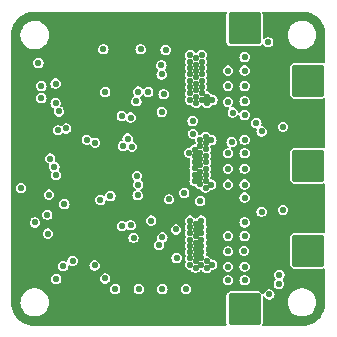
<source format=gbr>
%TF.GenerationSoftware,KiCad,Pcbnew,7.0.7*%
%TF.CreationDate,2023-12-28T18:43:45-05:00*%
%TF.ProjectId,O32controller,4f333263-6f6e-4747-926f-6c6c65722e6b,3*%
%TF.SameCoordinates,Original*%
%TF.FileFunction,Copper,L3,Inr*%
%TF.FilePolarity,Positive*%
%FSLAX46Y46*%
G04 Gerber Fmt 4.6, Leading zero omitted, Abs format (unit mm)*
G04 Created by KiCad (PCBNEW 7.0.7) date 2023-12-28 18:43:45*
%MOMM*%
%LPD*%
G01*
G04 APERTURE LIST*
G04 Aperture macros list*
%AMRoundRect*
0 Rectangle with rounded corners*
0 $1 Rounding radius*
0 $2 $3 $4 $5 $6 $7 $8 $9 X,Y pos of 4 corners*
0 Add a 4 corners polygon primitive as box body*
4,1,4,$2,$3,$4,$5,$6,$7,$8,$9,$2,$3,0*
0 Add four circle primitives for the rounded corners*
1,1,$1+$1,$2,$3*
1,1,$1+$1,$4,$5*
1,1,$1+$1,$6,$7*
1,1,$1+$1,$8,$9*
0 Add four rect primitives between the rounded corners*
20,1,$1+$1,$2,$3,$4,$5,0*
20,1,$1+$1,$4,$5,$6,$7,0*
20,1,$1+$1,$6,$7,$8,$9,0*
20,1,$1+$1,$8,$9,$2,$3,0*%
G04 Aperture macros list end*
%TA.AperFunction,ComponentPad*%
%ADD10RoundRect,0.269607X-1.105393X-1.105393X1.105393X-1.105393X1.105393X1.105393X-1.105393X1.105393X0*%
%TD*%
%TA.AperFunction,ViaPad*%
%ADD11C,0.550000*%
%TD*%
G04 APERTURE END LIST*
D10*
%TO.N,GND*%
%TO.C,J3*%
X25350000Y9950000D03*
%TD*%
%TO.N,/Motor phase V/Motor*%
%TO.C,J11*%
X25350000Y13750000D03*
%TD*%
%TO.N,VBUS*%
%TO.C,J2*%
X19950000Y25400000D03*
%TD*%
%TO.N,GND*%
%TO.C,J4*%
X25350000Y17150000D03*
%TD*%
%TO.N,/Motor phase U/Motor*%
%TO.C,J10*%
X25350000Y20950000D03*
%TD*%
%TO.N,VBUS*%
%TO.C,J1*%
X19950000Y1600000D03*
%TD*%
%TO.N,/Motor phase W/Motor*%
%TO.C,J12*%
X25350000Y6550000D03*
%TD*%
D11*
%TO.N,/Motor phase W/SENSE_P*%
X15340000Y5380000D03*
%TO.N,/Motor phase U/SENSE_P*%
X17230000Y19330000D03*
%TO.N,/Motor phase W/SENSE_P*%
X17210000Y5370000D03*
X16750000Y5100000D03*
X16750000Y5640000D03*
X15810000Y5110000D03*
X16290000Y5370000D03*
X15350000Y5910000D03*
X15810000Y5640000D03*
X16280000Y5900000D03*
X15350000Y6440000D03*
X15820000Y6170000D03*
X16290000Y6430000D03*
X15810000Y8840000D03*
X15820000Y6700000D03*
X15820000Y7240000D03*
X15820000Y8310000D03*
X15820000Y7780000D03*
X16290000Y8040000D03*
X16280000Y9100000D03*
X16290000Y6960000D03*
X16290000Y7500000D03*
X16290000Y8570000D03*
X15350000Y6970000D03*
X15340000Y8570000D03*
X15340000Y8040000D03*
X15330000Y9100000D03*
X15340000Y7500000D03*
%TO.N,/Motor phase V/SENSE_P*%
X15260000Y14850000D03*
X16660000Y11890000D03*
X15730000Y12450000D03*
X15730000Y13520000D03*
X15740000Y12990000D03*
X17130000Y12150000D03*
X16680000Y12430000D03*
X16200000Y12180000D03*
X16680000Y12970000D03*
X16210000Y12710000D03*
X16680000Y13510000D03*
X16210000Y13250000D03*
X15730000Y14580000D03*
X16210000Y14320000D03*
X15740000Y14050000D03*
X16210000Y13790000D03*
X16680000Y14050000D03*
X16680000Y14600000D03*
X17140000Y15920000D03*
X16670000Y16190000D03*
X16200000Y15400000D03*
X16200000Y15930000D03*
X16670000Y15130000D03*
X15730000Y15120000D03*
X16670000Y15660000D03*
X16200000Y14850000D03*
%TO.N,/Motor phase U/SENSE_P*%
X16770000Y19060000D03*
X16770000Y19600000D03*
X15840000Y19070000D03*
X15840000Y20140000D03*
X15840000Y21220000D03*
X15840000Y22300000D03*
X15840000Y19600000D03*
X15370000Y19870000D03*
X16310000Y19330000D03*
X15370000Y19330000D03*
X16310000Y19870000D03*
X15840000Y20680000D03*
X15370000Y20950000D03*
X16310000Y20410000D03*
X15370000Y20410000D03*
X16310000Y20950000D03*
X15840000Y21760000D03*
X15370000Y22030000D03*
X16310000Y21490000D03*
X15370000Y21490000D03*
X16310000Y22030000D03*
%TO.N,GND*%
X850000Y18150000D03*
%TO.N,/Motor phase W/Sense_N*%
X14200000Y5950000D03*
X22050000Y2850000D03*
%TO.N,/Motor phase V/Sense_N*%
X12950000Y18300000D03*
X20950000Y17350000D03*
%TO.N,/Motor phase U/Sense_N*%
X21950000Y24200000D03*
X12908628Y22241372D03*
%TO.N,VBUS*%
X18550000Y6500000D03*
X13000000Y3300000D03*
X18550000Y4050000D03*
X19950000Y21800000D03*
X19950000Y13500000D03*
X18550000Y20500000D03*
X11150000Y23600000D03*
X19900000Y6550000D03*
X19950000Y8950000D03*
X19950000Y18050000D03*
X19950000Y12150000D03*
X3300000Y8000000D03*
X18550000Y13500000D03*
X19950000Y15950000D03*
X19950000Y20500000D03*
X19950000Y22950000D03*
X8150000Y4200000D03*
X19950000Y4050000D03*
X18550000Y5200000D03*
X19950000Y5200000D03*
X18550000Y19150000D03*
X18950000Y18250000D03*
X19950000Y14800000D03*
X3850000Y13650000D03*
X15000000Y3300000D03*
X18550000Y21800000D03*
X18550000Y14800000D03*
X11000000Y3300000D03*
X19950000Y19200000D03*
X9000000Y3300000D03*
X18850000Y15750000D03*
X8000000Y23600000D03*
X18550000Y7800000D03*
X19950000Y11050000D03*
X13275000Y23550000D03*
X18550000Y12150000D03*
X19950000Y7800000D03*
%TO.N,+3.3V*%
X2750000Y20500000D03*
X2500000Y22450000D03*
X10550000Y7650000D03*
X4250000Y18350000D03*
X3400000Y11300000D03*
X1025000Y11850000D03*
X4000000Y4150000D03*
%TO.N,/OP_V_P*%
X10950000Y20025000D03*
X4850000Y16900000D03*
%TO.N,/OP_V_N*%
X4150000Y16750000D03*
X10800000Y19200000D03*
%TO.N,/NRST*%
X3994622Y12944622D03*
X7250000Y5300000D03*
%TO.N,/OP_U_N*%
X9580000Y8630000D03*
X11800000Y20000000D03*
%TO.N,/OP_U_P*%
X10300000Y8700000D03*
X12925000Y21475000D03*
%TO.N,/OC_COMP*%
X13100000Y19800000D03*
X12050000Y9100000D03*
%TO.N,GND*%
X16500000Y1350000D03*
X2450000Y13200000D03*
X12875000Y8400000D03*
X13750000Y25650000D03*
X8400000Y5300000D03*
X5850000Y25650000D03*
X9800000Y25650000D03*
X10800000Y21025000D03*
X7850000Y25650000D03*
X4825500Y9325500D03*
X900000Y4225000D03*
X14450000Y1350000D03*
X10800000Y5300000D03*
X7075000Y4025000D03*
X14850000Y16650000D03*
X8850000Y21625000D03*
X7450000Y18000000D03*
X10500000Y1400000D03*
X15750000Y25650000D03*
X9250000Y9300000D03*
X2388180Y7800500D03*
X600000Y23300000D03*
X13700000Y18350000D03*
X11800000Y25650000D03*
X3250000Y10500000D03*
X8500000Y1400000D03*
X3200000Y12750000D03*
X6500000Y1400000D03*
X13250000Y5300000D03*
X12450000Y1350000D03*
X6600000Y21625000D03*
%TO.N,SWD_IO*%
X10300000Y17825000D03*
%TO.N,SWD_CLK*%
X10425000Y15375000D03*
%TO.N,/OP_W_P*%
X13000000Y7675000D03*
X7300000Y15700000D03*
%TO.N,/OP_W_N*%
X12700000Y7025000D03*
X6600000Y15950000D03*
%TO.N,/Motor phase U/GH_MOS*%
X21400000Y16650000D03*
X15580000Y16460000D03*
%TO.N,/Motor phase V/GH_MOS*%
X16200000Y10750000D03*
X21400000Y9850000D03*
%TO.N,/Motor phase W/GH_MOS*%
X14150000Y8350000D03*
X22850000Y3750000D03*
%TO.N,/OUTU*%
X15550000Y17550000D03*
X23200000Y17050000D03*
%TO.N,/VBOOTW*%
X10950000Y12150000D03*
%TO.N,/OUTV*%
X14850000Y11450000D03*
X23200000Y10000000D03*
%TO.N,/OUTW*%
X22900000Y4500000D03*
X10900000Y11250000D03*
%TO.N,/Motor phase U/SENSE_P*%
X16310000Y23110000D03*
X15370000Y22570000D03*
X16310000Y22570000D03*
X15370000Y23110000D03*
X15840000Y22840000D03*
%TO.N,/USART_RX*%
X9650000Y15400000D03*
%TO.N,/~{MAG1_CS}*%
X3500000Y14350000D03*
X13550000Y10900000D03*
%TO.N,/LED_STATUS*%
X2749115Y19474755D03*
%TO.N,/RS485_B*%
X3950000Y19050000D03*
X3950000Y20700000D03*
%TO.N,/SPI_MOSI*%
X8600000Y11200000D03*
X4600000Y5250000D03*
%TO.N,/SPI_MISO*%
X7750000Y10850000D03*
X5400000Y5700000D03*
%TO.N,/SPI_SCLK*%
X10850000Y12900000D03*
%TO.N,USART_TX*%
X9550000Y17950000D03*
%TO.N,/USART_DE*%
X4700000Y10500000D03*
%TO.N,/NTC_IN*%
X3250000Y9600000D03*
X8150000Y19975000D03*
%TO.N,/~{MAG2_CS}*%
X2200000Y8950000D03*
X10050000Y16050000D03*
%TD*%
%TA.AperFunction,Conductor*%
%TO.N,GND*%
G36*
X18410506Y26780593D02*
G01*
X18446470Y26731093D01*
X18446470Y26669907D01*
X18445759Y26667802D01*
X18417225Y26586262D01*
X18417224Y26586254D01*
X18414500Y26557210D01*
X18414500Y24242801D01*
X18417224Y24213746D01*
X18417225Y24213741D01*
X18460046Y24091366D01*
X18460048Y24091362D01*
X18537040Y23987040D01*
X18641362Y23910048D01*
X18763742Y23867225D01*
X18792801Y23864500D01*
X21107198Y23864501D01*
X21107199Y23864501D01*
X21113009Y23865046D01*
X21136258Y23867225D01*
X21258638Y23910048D01*
X21362960Y23987040D01*
X21390072Y24023777D01*
X21439836Y24059368D01*
X21501020Y24058912D01*
X21550250Y24022580D01*
X21559779Y24006115D01*
X21579867Y23962130D01*
X21579866Y23962130D01*
X21661875Y23867488D01*
X21661875Y23867487D01*
X21767225Y23799783D01*
X21767227Y23799782D01*
X21887385Y23764500D01*
X21887386Y23764500D01*
X22012614Y23764500D01*
X22012615Y23764500D01*
X22132773Y23799782D01*
X22238124Y23867487D01*
X22320133Y23962130D01*
X22372156Y24076044D01*
X22372157Y24076049D01*
X22389978Y24199998D01*
X22389978Y24200003D01*
X22372157Y24323952D01*
X22372156Y24323954D01*
X22372156Y24323956D01*
X22320133Y24437870D01*
X22238124Y24532513D01*
X22238124Y24532514D01*
X22132774Y24600218D01*
X22012616Y24635500D01*
X22012615Y24635500D01*
X21887385Y24635500D01*
X21887383Y24635500D01*
X21767225Y24600218D01*
X21661875Y24532514D01*
X21659313Y24529556D01*
X21606914Y24497965D01*
X21545953Y24503206D01*
X21499716Y24543278D01*
X21485499Y24594391D01*
X21485499Y24814000D01*
X23608357Y24814000D01*
X23628885Y24592464D01*
X23689771Y24378472D01*
X23788942Y24179311D01*
X23923019Y24001764D01*
X24087438Y23851876D01*
X24276599Y23734753D01*
X24484060Y23654382D01*
X24702757Y23613500D01*
X24925243Y23613500D01*
X25143940Y23654382D01*
X25351401Y23734753D01*
X25540562Y23851876D01*
X25704981Y24001764D01*
X25839058Y24179311D01*
X25938229Y24378472D01*
X25999115Y24592464D01*
X26019643Y24814000D01*
X25999115Y25035536D01*
X25938229Y25249528D01*
X25839058Y25448689D01*
X25704981Y25626236D01*
X25540562Y25776124D01*
X25351401Y25893247D01*
X25143940Y25973618D01*
X25143939Y25973619D01*
X25143937Y25973619D01*
X24925243Y26014500D01*
X24702757Y26014500D01*
X24484062Y25973619D01*
X24407797Y25944074D01*
X24276599Y25893247D01*
X24141260Y25809449D01*
X24087438Y25776124D01*
X23923020Y25626237D01*
X23788943Y25448691D01*
X23788938Y25448682D01*
X23689772Y25249531D01*
X23689771Y25249528D01*
X23628885Y25035536D01*
X23608357Y24814000D01*
X21485499Y24814000D01*
X21485499Y26557198D01*
X21482775Y26586258D01*
X21454240Y26667803D01*
X21452868Y26728972D01*
X21487711Y26779266D01*
X21545463Y26799475D01*
X21547685Y26799500D01*
X24774118Y26799500D01*
X24812380Y26799500D01*
X24815616Y26799395D01*
X25069921Y26782727D01*
X25076342Y26781881D01*
X25324701Y26732479D01*
X25330958Y26730803D01*
X25570745Y26649407D01*
X25576718Y26646933D01*
X25803840Y26534928D01*
X25809448Y26531690D01*
X26019998Y26391006D01*
X26025140Y26387060D01*
X26215519Y26220103D01*
X26220102Y26215520D01*
X26387059Y26025141D01*
X26391005Y26019999D01*
X26531689Y25809449D01*
X26534930Y25803836D01*
X26646928Y25576727D01*
X26649406Y25570744D01*
X26730801Y25330962D01*
X26732478Y25324702D01*
X26781880Y25076343D01*
X26782726Y25069917D01*
X26799393Y24815619D01*
X26799499Y24812381D01*
X26799499Y22529804D01*
X26780592Y22471613D01*
X26731092Y22435649D01*
X26669906Y22435649D01*
X26664978Y22437734D01*
X26536262Y22482774D01*
X26536253Y22482776D01*
X26507207Y22485500D01*
X24192800Y22485500D01*
X24163745Y22482776D01*
X24163740Y22482775D01*
X24041365Y22439954D01*
X24041364Y22439953D01*
X24041363Y22439953D01*
X24041362Y22439952D01*
X23937040Y22362960D01*
X23860222Y22258873D01*
X23860047Y22258636D01*
X23860046Y22258635D01*
X23817226Y22136263D01*
X23817224Y22136254D01*
X23814500Y22107210D01*
X23814500Y19792801D01*
X23817224Y19763746D01*
X23817225Y19763741D01*
X23860046Y19641366D01*
X23860048Y19641362D01*
X23937040Y19537040D01*
X24041362Y19460048D01*
X24163742Y19417225D01*
X24192801Y19414500D01*
X26507198Y19414501D01*
X26507199Y19414501D01*
X26513009Y19415046D01*
X26536258Y19417225D01*
X26658638Y19460048D01*
X26658637Y19460048D01*
X26665640Y19462498D01*
X26666563Y19459861D01*
X26714490Y19468203D01*
X26769425Y19441262D01*
X26798032Y19387176D01*
X26799499Y19370197D01*
X26799499Y15329804D01*
X26780592Y15271613D01*
X26731092Y15235649D01*
X26669906Y15235649D01*
X26664978Y15237734D01*
X26536262Y15282774D01*
X26536253Y15282776D01*
X26507207Y15285500D01*
X24192800Y15285500D01*
X24163745Y15282776D01*
X24163740Y15282775D01*
X24041365Y15239954D01*
X24041364Y15239953D01*
X24041363Y15239953D01*
X24041362Y15239952D01*
X23937040Y15162960D01*
X23881624Y15087872D01*
X23860047Y15058636D01*
X23860046Y15058635D01*
X23817226Y14936263D01*
X23817224Y14936254D01*
X23814500Y14907210D01*
X23814500Y12592801D01*
X23817224Y12563746D01*
X23817225Y12563741D01*
X23860046Y12441366D01*
X23860048Y12441362D01*
X23937040Y12337040D01*
X24041362Y12260048D01*
X24163742Y12217225D01*
X24192801Y12214500D01*
X26507198Y12214501D01*
X26507199Y12214501D01*
X26513009Y12215046D01*
X26536258Y12217225D01*
X26658638Y12260048D01*
X26658637Y12260048D01*
X26665640Y12262498D01*
X26666563Y12259861D01*
X26714490Y12268203D01*
X26769425Y12241262D01*
X26798032Y12187176D01*
X26799499Y12170197D01*
X26799499Y8129804D01*
X26780592Y8071613D01*
X26731092Y8035649D01*
X26669906Y8035649D01*
X26664978Y8037734D01*
X26536262Y8082774D01*
X26536253Y8082776D01*
X26507207Y8085500D01*
X24192800Y8085500D01*
X24163745Y8082776D01*
X24163740Y8082775D01*
X24041365Y8039954D01*
X24041364Y8039953D01*
X24041363Y8039953D01*
X24041362Y8039952D01*
X23937040Y7962960D01*
X23872897Y7876047D01*
X23860047Y7858636D01*
X23860046Y7858635D01*
X23817226Y7736263D01*
X23817224Y7736254D01*
X23814500Y7707210D01*
X23814500Y5392801D01*
X23817224Y5363746D01*
X23817225Y5363741D01*
X23860046Y5241366D01*
X23860048Y5241362D01*
X23937040Y5137040D01*
X24041362Y5060048D01*
X24163742Y5017225D01*
X24192801Y5014500D01*
X26507198Y5014501D01*
X26507199Y5014501D01*
X26513009Y5015046D01*
X26536258Y5017225D01*
X26658638Y5060048D01*
X26658637Y5060048D01*
X26665640Y5062498D01*
X26666563Y5059861D01*
X26714490Y5068203D01*
X26769425Y5041262D01*
X26798032Y4987176D01*
X26799499Y4970197D01*
X26799500Y2225883D01*
X26799500Y2187621D01*
X26799394Y2184383D01*
X26782726Y1930084D01*
X26781880Y1923658D01*
X26732478Y1675299D01*
X26730801Y1669039D01*
X26649406Y1429257D01*
X26646926Y1423268D01*
X26534930Y1196165D01*
X26531689Y1190552D01*
X26391005Y980002D01*
X26387059Y974860D01*
X26220102Y784481D01*
X26215519Y779898D01*
X26025140Y612941D01*
X26019998Y608995D01*
X25809448Y468311D01*
X25803835Y465070D01*
X25576732Y353074D01*
X25570743Y350594D01*
X25330961Y269199D01*
X25324701Y267522D01*
X25076342Y218120D01*
X25069916Y217274D01*
X24833822Y201800D01*
X24815616Y200606D01*
X24812380Y200500D01*
X21547685Y200500D01*
X21489494Y219407D01*
X21453530Y268907D01*
X21453530Y330093D01*
X21454241Y332198D01*
X21482774Y413739D01*
X21482774Y413740D01*
X21482775Y413742D01*
X21485500Y442801D01*
X21485499Y2186000D01*
X23608357Y2186000D01*
X23628885Y1964464D01*
X23689771Y1750472D01*
X23788942Y1551311D01*
X23923019Y1373764D01*
X24087438Y1223876D01*
X24276599Y1106753D01*
X24484060Y1026382D01*
X24702757Y985500D01*
X24925243Y985500D01*
X25143940Y1026382D01*
X25351401Y1106753D01*
X25540562Y1223876D01*
X25704981Y1373764D01*
X25839058Y1551311D01*
X25938229Y1750472D01*
X25999115Y1964464D01*
X26019643Y2186000D01*
X25999115Y2407536D01*
X25938229Y2621528D01*
X25839058Y2820689D01*
X25704981Y2998236D01*
X25540562Y3148124D01*
X25351401Y3265247D01*
X25143940Y3345618D01*
X25143939Y3345619D01*
X25143937Y3345619D01*
X24925243Y3386500D01*
X24702757Y3386500D01*
X24484062Y3345619D01*
X24407797Y3316074D01*
X24276599Y3265247D01*
X24087438Y3148124D01*
X23923019Y2998236D01*
X23898264Y2965455D01*
X23788943Y2820691D01*
X23788938Y2820682D01*
X23689772Y2621531D01*
X23628885Y2407536D01*
X23612053Y2225882D01*
X23608357Y2186000D01*
X21485499Y2186000D01*
X21485499Y2582642D01*
X21504406Y2640832D01*
X21553906Y2676796D01*
X21615092Y2676796D01*
X21664592Y2640832D01*
X21674552Y2623767D01*
X21679865Y2612132D01*
X21679866Y2612130D01*
X21761875Y2517488D01*
X21761875Y2517487D01*
X21867225Y2449783D01*
X21867227Y2449782D01*
X21987385Y2414500D01*
X21987386Y2414500D01*
X22112614Y2414500D01*
X22112615Y2414500D01*
X22232773Y2449782D01*
X22338124Y2517487D01*
X22420133Y2612130D01*
X22472156Y2726044D01*
X22472157Y2726049D01*
X22489978Y2849998D01*
X22489978Y2850003D01*
X22472157Y2973952D01*
X22472156Y2973954D01*
X22472156Y2973956D01*
X22420133Y3087870D01*
X22338124Y3182513D01*
X22338124Y3182514D01*
X22232774Y3250218D01*
X22112616Y3285500D01*
X22112615Y3285500D01*
X21987385Y3285500D01*
X21987383Y3285500D01*
X21867225Y3250218D01*
X21761875Y3182514D01*
X21761875Y3182513D01*
X21679868Y3087872D01*
X21627843Y2973954D01*
X21627842Y2973952D01*
X21623589Y2944369D01*
X21596592Y2889461D01*
X21542478Y2860909D01*
X21481915Y2869617D01*
X21446360Y2904147D01*
X21444357Y2902668D01*
X21439952Y2908636D01*
X21439952Y2908638D01*
X21362960Y3012960D01*
X21258638Y3089952D01*
X21258634Y3089954D01*
X21136262Y3132774D01*
X21136253Y3132776D01*
X21107207Y3135500D01*
X18792800Y3135500D01*
X18763745Y3132776D01*
X18763740Y3132775D01*
X18641365Y3089954D01*
X18641364Y3089953D01*
X18641363Y3089953D01*
X18641362Y3089952D01*
X18537040Y3012960D01*
X18486419Y2944369D01*
X18460047Y2908636D01*
X18460046Y2908635D01*
X18417226Y2786263D01*
X18417224Y2786254D01*
X18414500Y2757210D01*
X18414500Y442801D01*
X18417224Y413746D01*
X18417225Y413741D01*
X18445759Y332198D01*
X18447132Y271028D01*
X18412289Y220734D01*
X18354537Y200525D01*
X18352315Y200500D01*
X2187620Y200500D01*
X2184383Y200606D01*
X2164196Y201930D01*
X1930083Y217274D01*
X1923657Y218120D01*
X1675298Y267522D01*
X1669038Y269199D01*
X1429256Y350594D01*
X1423273Y353072D01*
X1196164Y465070D01*
X1190551Y468311D01*
X980001Y608995D01*
X974859Y612941D01*
X784480Y779898D01*
X779897Y784481D01*
X612940Y974860D01*
X608994Y980002D01*
X605320Y985500D01*
X468310Y1190552D01*
X465069Y1196165D01*
X353067Y1423282D01*
X350593Y1429257D01*
X335163Y1474711D01*
X269197Y1669042D01*
X267521Y1675299D01*
X218119Y1923658D01*
X217273Y1930084D01*
X209961Y2041643D01*
X200606Y2184383D01*
X200553Y2186000D01*
X980357Y2186000D01*
X1000885Y1964464D01*
X1061771Y1750472D01*
X1160942Y1551311D01*
X1295019Y1373764D01*
X1459438Y1223876D01*
X1648599Y1106753D01*
X1856060Y1026382D01*
X2074757Y985500D01*
X2297243Y985500D01*
X2515940Y1026382D01*
X2723401Y1106753D01*
X2912562Y1223876D01*
X3076981Y1373764D01*
X3211058Y1551311D01*
X3310229Y1750472D01*
X3371115Y1964464D01*
X3391643Y2186000D01*
X3371115Y2407536D01*
X3310229Y2621528D01*
X3211058Y2820689D01*
X3076981Y2998236D01*
X2912562Y3148124D01*
X2723401Y3265247D01*
X2633699Y3299998D01*
X8560022Y3299998D01*
X8577842Y3176049D01*
X8577843Y3176047D01*
X8577843Y3176046D01*
X8577844Y3176044D01*
X8629867Y3062130D01*
X8629868Y3062129D01*
X8711875Y2967488D01*
X8711875Y2967487D01*
X8812736Y2902668D01*
X8817227Y2899782D01*
X8937385Y2864500D01*
X8937386Y2864500D01*
X9062614Y2864500D01*
X9062615Y2864500D01*
X9182773Y2899782D01*
X9288124Y2967487D01*
X9370133Y3062130D01*
X9422156Y3176044D01*
X9423086Y3182513D01*
X9439978Y3299998D01*
X10560022Y3299998D01*
X10577842Y3176049D01*
X10577843Y3176047D01*
X10577843Y3176046D01*
X10577844Y3176044D01*
X10629867Y3062130D01*
X10629868Y3062129D01*
X10711875Y2967488D01*
X10711875Y2967487D01*
X10812736Y2902668D01*
X10817227Y2899782D01*
X10937385Y2864500D01*
X10937386Y2864500D01*
X11062614Y2864500D01*
X11062615Y2864500D01*
X11182773Y2899782D01*
X11288124Y2967487D01*
X11370133Y3062130D01*
X11422156Y3176044D01*
X11423086Y3182513D01*
X11439978Y3299998D01*
X12560022Y3299998D01*
X12577842Y3176049D01*
X12577843Y3176047D01*
X12577843Y3176046D01*
X12577844Y3176044D01*
X12629867Y3062130D01*
X12629868Y3062129D01*
X12711875Y2967488D01*
X12711875Y2967487D01*
X12812736Y2902668D01*
X12817227Y2899782D01*
X12937385Y2864500D01*
X12937386Y2864500D01*
X13062614Y2864500D01*
X13062615Y2864500D01*
X13182773Y2899782D01*
X13288124Y2967487D01*
X13370133Y3062130D01*
X13422156Y3176044D01*
X13423086Y3182513D01*
X13439978Y3299998D01*
X14560022Y3299998D01*
X14577842Y3176049D01*
X14577843Y3176047D01*
X14577843Y3176046D01*
X14577844Y3176044D01*
X14629867Y3062130D01*
X14629868Y3062129D01*
X14711875Y2967488D01*
X14711875Y2967487D01*
X14812736Y2902668D01*
X14817227Y2899782D01*
X14937385Y2864500D01*
X14937386Y2864500D01*
X15062614Y2864500D01*
X15062615Y2864500D01*
X15182773Y2899782D01*
X15288124Y2967487D01*
X15370133Y3062130D01*
X15422156Y3176044D01*
X15423086Y3182513D01*
X15439978Y3299998D01*
X15439978Y3300003D01*
X15422157Y3423952D01*
X15422156Y3423954D01*
X15422156Y3423956D01*
X15370133Y3537870D01*
X15288124Y3632513D01*
X15288124Y3632514D01*
X15182774Y3700218D01*
X15062616Y3735500D01*
X15062615Y3735500D01*
X14937385Y3735500D01*
X14937383Y3735500D01*
X14817225Y3700218D01*
X14711875Y3632514D01*
X14711875Y3632513D01*
X14629868Y3537872D01*
X14577843Y3423954D01*
X14577842Y3423952D01*
X14560022Y3300003D01*
X14560022Y3299998D01*
X13439978Y3299998D01*
X13439978Y3300003D01*
X13422157Y3423952D01*
X13422156Y3423954D01*
X13422156Y3423956D01*
X13370133Y3537870D01*
X13288124Y3632513D01*
X13288124Y3632514D01*
X13182774Y3700218D01*
X13062616Y3735500D01*
X13062615Y3735500D01*
X12937385Y3735500D01*
X12937383Y3735500D01*
X12817225Y3700218D01*
X12711875Y3632514D01*
X12711875Y3632513D01*
X12629868Y3537872D01*
X12577843Y3423954D01*
X12577842Y3423952D01*
X12560022Y3300003D01*
X12560022Y3299998D01*
X11439978Y3299998D01*
X11439978Y3300003D01*
X11422157Y3423952D01*
X11422156Y3423954D01*
X11422156Y3423956D01*
X11370133Y3537870D01*
X11288124Y3632513D01*
X11288124Y3632514D01*
X11182774Y3700218D01*
X11062616Y3735500D01*
X11062615Y3735500D01*
X10937385Y3735500D01*
X10937383Y3735500D01*
X10817225Y3700218D01*
X10711875Y3632514D01*
X10711875Y3632513D01*
X10629868Y3537872D01*
X10577843Y3423954D01*
X10577842Y3423952D01*
X10560022Y3300003D01*
X10560022Y3299998D01*
X9439978Y3299998D01*
X9439978Y3300003D01*
X9422157Y3423952D01*
X9422156Y3423954D01*
X9422156Y3423956D01*
X9370133Y3537870D01*
X9288124Y3632513D01*
X9288124Y3632514D01*
X9182774Y3700218D01*
X9062616Y3735500D01*
X9062615Y3735500D01*
X8937385Y3735500D01*
X8937383Y3735500D01*
X8817225Y3700218D01*
X8711875Y3632514D01*
X8711875Y3632513D01*
X8629868Y3537872D01*
X8577843Y3423954D01*
X8577842Y3423952D01*
X8560022Y3300003D01*
X8560022Y3299998D01*
X2633699Y3299998D01*
X2515940Y3345618D01*
X2515939Y3345619D01*
X2515937Y3345619D01*
X2297243Y3386500D01*
X2074757Y3386500D01*
X1856062Y3345619D01*
X1779797Y3316074D01*
X1648599Y3265247D01*
X1459438Y3148124D01*
X1295019Y2998236D01*
X1270264Y2965455D01*
X1160943Y2820691D01*
X1160938Y2820682D01*
X1061772Y2621531D01*
X1000885Y2407536D01*
X984053Y2225882D01*
X980357Y2186000D01*
X200553Y2186000D01*
X200500Y2187621D01*
X200500Y4149998D01*
X3560022Y4149998D01*
X3577842Y4026049D01*
X3577843Y4026047D01*
X3577843Y4026046D01*
X3577844Y4026044D01*
X3629867Y3912130D01*
X3629868Y3912129D01*
X3711875Y3817488D01*
X3711875Y3817487D01*
X3817225Y3749783D01*
X3817227Y3749782D01*
X3937385Y3714500D01*
X3937386Y3714500D01*
X4062614Y3714500D01*
X4062615Y3714500D01*
X4182773Y3749782D01*
X4288124Y3817487D01*
X4370133Y3912130D01*
X4422156Y4026044D01*
X4425600Y4049998D01*
X4439978Y4149998D01*
X4439978Y4150003D01*
X4432790Y4199998D01*
X7710022Y4199998D01*
X7727842Y4076049D01*
X7727843Y4076047D01*
X7727843Y4076046D01*
X7727844Y4076044D01*
X7779867Y3962130D01*
X7779868Y3962129D01*
X7861875Y3867488D01*
X7861875Y3867487D01*
X7967225Y3799783D01*
X7967227Y3799782D01*
X8087385Y3764500D01*
X8087386Y3764500D01*
X8212614Y3764500D01*
X8212615Y3764500D01*
X8332773Y3799782D01*
X8438124Y3867487D01*
X8520133Y3962130D01*
X8560261Y4049998D01*
X18110022Y4049998D01*
X18127842Y3926049D01*
X18127843Y3926047D01*
X18127843Y3926046D01*
X18127844Y3926044D01*
X18179867Y3812130D01*
X18179868Y3812129D01*
X18261875Y3717488D01*
X18261875Y3717487D01*
X18367225Y3649783D01*
X18367227Y3649782D01*
X18487385Y3614500D01*
X18487386Y3614500D01*
X18612614Y3614500D01*
X18612615Y3614500D01*
X18732773Y3649782D01*
X18838124Y3717487D01*
X18920133Y3812130D01*
X18972156Y3926044D01*
X18977344Y3962129D01*
X18989978Y4049998D01*
X19510022Y4049998D01*
X19527842Y3926049D01*
X19527843Y3926047D01*
X19527843Y3926046D01*
X19527844Y3926044D01*
X19579867Y3812130D01*
X19579868Y3812129D01*
X19661875Y3717488D01*
X19661875Y3717487D01*
X19767225Y3649783D01*
X19767227Y3649782D01*
X19887385Y3614500D01*
X19887386Y3614500D01*
X20012614Y3614500D01*
X20012615Y3614500D01*
X20132773Y3649782D01*
X20238124Y3717487D01*
X20266295Y3749998D01*
X22410022Y3749998D01*
X22427842Y3626049D01*
X22427843Y3626047D01*
X22427843Y3626046D01*
X22427844Y3626044D01*
X22479867Y3512130D01*
X22479868Y3512129D01*
X22561875Y3417488D01*
X22561875Y3417487D01*
X22667225Y3349783D01*
X22667227Y3349782D01*
X22787385Y3314500D01*
X22787386Y3314500D01*
X22912614Y3314500D01*
X22912615Y3314500D01*
X23032773Y3349782D01*
X23138124Y3417487D01*
X23220133Y3512130D01*
X23272156Y3626044D01*
X23273086Y3632513D01*
X23289978Y3749998D01*
X23289978Y3750003D01*
X23272157Y3873952D01*
X23272156Y3873954D01*
X23272156Y3873956D01*
X23220133Y3987870D01*
X23182342Y4031483D01*
X23158525Y4087843D01*
X23172384Y4147438D01*
X23184225Y4161496D01*
X23183487Y4162135D01*
X23216299Y4200003D01*
X23270133Y4262130D01*
X23322156Y4376044D01*
X23323086Y4382513D01*
X23339978Y4499998D01*
X23339978Y4500003D01*
X23322157Y4623952D01*
X23322156Y4623954D01*
X23322156Y4623956D01*
X23270133Y4737870D01*
X23188124Y4832513D01*
X23188124Y4832514D01*
X23082774Y4900218D01*
X22962616Y4935500D01*
X22962615Y4935500D01*
X22837385Y4935500D01*
X22837383Y4935500D01*
X22717225Y4900218D01*
X22611875Y4832514D01*
X22611875Y4832513D01*
X22529868Y4737872D01*
X22477843Y4623954D01*
X22477842Y4623952D01*
X22460022Y4500003D01*
X22460022Y4499998D01*
X22477842Y4376049D01*
X22477843Y4376047D01*
X22477843Y4376046D01*
X22477844Y4376044D01*
X22529867Y4262130D01*
X22529868Y4262129D01*
X22567657Y4218518D01*
X22591475Y4162159D01*
X22577617Y4102564D01*
X22565780Y4088498D01*
X22566513Y4087863D01*
X22561878Y4082515D01*
X22561876Y4082513D01*
X22479867Y3987870D01*
X22427843Y3873954D01*
X22427842Y3873952D01*
X22410022Y3750003D01*
X22410022Y3749998D01*
X20266295Y3749998D01*
X20320133Y3812130D01*
X20372156Y3926044D01*
X20377344Y3962129D01*
X20389978Y4049998D01*
X20389978Y4050003D01*
X20372157Y4173952D01*
X20372156Y4173954D01*
X20372156Y4173956D01*
X20320133Y4287870D01*
X20238124Y4382513D01*
X20238124Y4382514D01*
X20132774Y4450218D01*
X20012616Y4485500D01*
X20012615Y4485500D01*
X19887385Y4485500D01*
X19887383Y4485500D01*
X19767225Y4450218D01*
X19661875Y4382514D01*
X19661875Y4382513D01*
X19579868Y4287872D01*
X19527843Y4173954D01*
X19527842Y4173952D01*
X19510022Y4050003D01*
X19510022Y4049998D01*
X18989978Y4049998D01*
X18989978Y4050003D01*
X18972157Y4173952D01*
X18972156Y4173954D01*
X18972156Y4173956D01*
X18920133Y4287870D01*
X18838124Y4382513D01*
X18838124Y4382514D01*
X18732774Y4450218D01*
X18612616Y4485500D01*
X18612615Y4485500D01*
X18487385Y4485500D01*
X18487383Y4485500D01*
X18367225Y4450218D01*
X18261875Y4382514D01*
X18261875Y4382513D01*
X18179868Y4287872D01*
X18127843Y4173954D01*
X18127842Y4173952D01*
X18110022Y4050003D01*
X18110022Y4049998D01*
X8560261Y4049998D01*
X8572156Y4076044D01*
X8573086Y4082513D01*
X8589978Y4199998D01*
X8589978Y4200003D01*
X8572157Y4323952D01*
X8572156Y4323954D01*
X8572156Y4323956D01*
X8520133Y4437870D01*
X8438124Y4532513D01*
X8438124Y4532514D01*
X8332774Y4600218D01*
X8212616Y4635500D01*
X8212615Y4635500D01*
X8087385Y4635500D01*
X8087383Y4635500D01*
X7967225Y4600218D01*
X7861875Y4532514D01*
X7861875Y4532513D01*
X7779868Y4437872D01*
X7727843Y4323954D01*
X7727842Y4323952D01*
X7710022Y4200003D01*
X7710022Y4199998D01*
X4432790Y4199998D01*
X4422157Y4273952D01*
X4422156Y4273954D01*
X4422156Y4273956D01*
X4370133Y4387870D01*
X4288124Y4482513D01*
X4288124Y4482514D01*
X4182774Y4550218D01*
X4062616Y4585500D01*
X4062615Y4585500D01*
X3937385Y4585500D01*
X3937383Y4585500D01*
X3817225Y4550218D01*
X3711875Y4482514D01*
X3711875Y4482513D01*
X3629868Y4387872D01*
X3577843Y4273954D01*
X3577842Y4273952D01*
X3560022Y4150003D01*
X3560022Y4149998D01*
X200500Y4149998D01*
X200500Y5249998D01*
X4160022Y5249998D01*
X4177842Y5126049D01*
X4177843Y5126047D01*
X4177843Y5126046D01*
X4177844Y5126044D01*
X4229867Y5012130D01*
X4229868Y5012129D01*
X4311875Y4917488D01*
X4311875Y4917487D01*
X4394325Y4864500D01*
X4417227Y4849782D01*
X4537385Y4814500D01*
X4537386Y4814500D01*
X4662614Y4814500D01*
X4662615Y4814500D01*
X4782773Y4849782D01*
X4888124Y4917487D01*
X4970133Y5012130D01*
X5022156Y5126044D01*
X5039599Y5247369D01*
X5066594Y5302275D01*
X5120708Y5330829D01*
X5181271Y5322122D01*
X5191111Y5316566D01*
X5217227Y5299782D01*
X5337385Y5264500D01*
X5337386Y5264500D01*
X5462614Y5264500D01*
X5462615Y5264500D01*
X5582773Y5299782D01*
X5583109Y5299998D01*
X6810022Y5299998D01*
X6827842Y5176049D01*
X6827843Y5176047D01*
X6827843Y5176046D01*
X6827844Y5176044D01*
X6879867Y5062130D01*
X6892555Y5047487D01*
X6961875Y4967488D01*
X6961875Y4967487D01*
X7067225Y4899783D01*
X7067227Y4899782D01*
X7187385Y4864500D01*
X7187386Y4864500D01*
X7312614Y4864500D01*
X7312615Y4864500D01*
X7432773Y4899782D01*
X7538124Y4967487D01*
X7620133Y5062130D01*
X7672156Y5176044D01*
X7675600Y5199998D01*
X7689978Y5299998D01*
X7689978Y5300003D01*
X7672157Y5423952D01*
X7672156Y5423954D01*
X7672156Y5423956D01*
X7620133Y5537870D01*
X7538124Y5632513D01*
X7538124Y5632514D01*
X7432774Y5700218D01*
X7312616Y5735500D01*
X7312615Y5735500D01*
X7187385Y5735500D01*
X7187383Y5735500D01*
X7067225Y5700218D01*
X6961875Y5632514D01*
X6961875Y5632513D01*
X6879868Y5537872D01*
X6827843Y5423954D01*
X6827842Y5423952D01*
X6810022Y5300003D01*
X6810022Y5299998D01*
X5583109Y5299998D01*
X5688124Y5367487D01*
X5770133Y5462130D01*
X5822156Y5576044D01*
X5823086Y5582513D01*
X5839978Y5699998D01*
X5839978Y5700003D01*
X5822157Y5823952D01*
X5822156Y5823954D01*
X5822156Y5823956D01*
X5770133Y5937870D01*
X5759624Y5949998D01*
X13760022Y5949998D01*
X13777842Y5826049D01*
X13777843Y5826047D01*
X13777843Y5826046D01*
X13777844Y5826044D01*
X13829867Y5712130D01*
X13842912Y5697075D01*
X13911875Y5617488D01*
X13911875Y5617487D01*
X14017225Y5549783D01*
X14017227Y5549782D01*
X14137385Y5514500D01*
X14137386Y5514500D01*
X14262614Y5514500D01*
X14262615Y5514500D01*
X14382773Y5549782D01*
X14488124Y5617487D01*
X14570133Y5712130D01*
X14622156Y5826044D01*
X14627523Y5863373D01*
X14639978Y5949998D01*
X14639978Y5950003D01*
X14622157Y6073952D01*
X14622156Y6073954D01*
X14622156Y6073956D01*
X14570133Y6187870D01*
X14488124Y6282513D01*
X14488124Y6282514D01*
X14382774Y6350218D01*
X14262616Y6385500D01*
X14262615Y6385500D01*
X14137385Y6385500D01*
X14137383Y6385500D01*
X14017225Y6350218D01*
X13911875Y6282514D01*
X13911875Y6282513D01*
X13829868Y6187872D01*
X13829867Y6187871D01*
X13829867Y6187870D01*
X13815011Y6155339D01*
X13777843Y6073954D01*
X13777842Y6073952D01*
X13760022Y5950003D01*
X13760022Y5949998D01*
X5759624Y5949998D01*
X5688124Y6032513D01*
X5688124Y6032514D01*
X5582774Y6100218D01*
X5462616Y6135500D01*
X5462615Y6135500D01*
X5337385Y6135500D01*
X5337383Y6135500D01*
X5217225Y6100218D01*
X5111875Y6032514D01*
X5111875Y6032513D01*
X5029868Y5937872D01*
X4977843Y5823954D01*
X4977842Y5823951D01*
X4960400Y5702633D01*
X4933404Y5647725D01*
X4879290Y5619172D01*
X4818727Y5627879D01*
X4808886Y5633437D01*
X4782773Y5650218D01*
X4662616Y5685500D01*
X4662615Y5685500D01*
X4537385Y5685500D01*
X4537383Y5685500D01*
X4417225Y5650218D01*
X4311875Y5582514D01*
X4311875Y5582513D01*
X4229868Y5487872D01*
X4177843Y5373954D01*
X4177842Y5373952D01*
X4160022Y5250003D01*
X4160022Y5249998D01*
X200500Y5249998D01*
X200500Y7024998D01*
X12260022Y7024998D01*
X12277842Y6901049D01*
X12277843Y6901047D01*
X12277843Y6901046D01*
X12277844Y6901044D01*
X12329867Y6787130D01*
X12329868Y6787129D01*
X12411875Y6692488D01*
X12411875Y6692487D01*
X12517225Y6624783D01*
X12517227Y6624782D01*
X12637385Y6589500D01*
X12637386Y6589500D01*
X12762614Y6589500D01*
X12762615Y6589500D01*
X12882773Y6624782D01*
X12988124Y6692487D01*
X13070133Y6787130D01*
X13122156Y6901044D01*
X13129226Y6950218D01*
X13139978Y7024998D01*
X13139978Y7025003D01*
X13122157Y7148953D01*
X13120847Y7153414D01*
X13122591Y7214575D01*
X13159951Y7263030D01*
X13176725Y7270980D01*
X13176332Y7271841D01*
X13182765Y7274780D01*
X13182773Y7274782D01*
X13288124Y7342487D01*
X13370133Y7437130D01*
X13422156Y7551044D01*
X13424091Y7564501D01*
X13439978Y7674998D01*
X13439978Y7675003D01*
X13422157Y7798952D01*
X13422156Y7798954D01*
X13422156Y7798956D01*
X13370133Y7912870D01*
X13288124Y8007513D01*
X13288124Y8007514D01*
X13182774Y8075218D01*
X13062616Y8110500D01*
X13062615Y8110500D01*
X12937385Y8110500D01*
X12937383Y8110500D01*
X12817225Y8075218D01*
X12711875Y8007514D01*
X12711875Y8007513D01*
X12629868Y7912872D01*
X12577843Y7798954D01*
X12577842Y7798952D01*
X12560022Y7675003D01*
X12560022Y7674998D01*
X12577843Y7551046D01*
X12579154Y7546581D01*
X12577406Y7485421D01*
X12540043Y7436968D01*
X12523278Y7429019D01*
X12523670Y7428161D01*
X12517227Y7425219D01*
X12411875Y7357514D01*
X12411875Y7357513D01*
X12329868Y7262872D01*
X12277843Y7148954D01*
X12277842Y7148952D01*
X12260022Y7025003D01*
X12260022Y7024998D01*
X200500Y7024998D01*
X200500Y7999998D01*
X2860022Y7999998D01*
X2877842Y7876049D01*
X2877843Y7876047D01*
X2877843Y7876046D01*
X2877844Y7876044D01*
X2929867Y7762130D01*
X2970871Y7714809D01*
X3011875Y7667488D01*
X3011875Y7667487D01*
X3117225Y7599783D01*
X3117227Y7599782D01*
X3237385Y7564500D01*
X3237386Y7564500D01*
X3362614Y7564500D01*
X3362615Y7564500D01*
X3482773Y7599782D01*
X3560911Y7649998D01*
X10110022Y7649998D01*
X10127842Y7526049D01*
X10127843Y7526047D01*
X10127843Y7526046D01*
X10127844Y7526044D01*
X10179867Y7412130D01*
X10179868Y7412129D01*
X10261875Y7317488D01*
X10261875Y7317487D01*
X10348013Y7262130D01*
X10367227Y7249782D01*
X10487385Y7214500D01*
X10487386Y7214500D01*
X10612614Y7214500D01*
X10612615Y7214500D01*
X10732773Y7249782D01*
X10838124Y7317487D01*
X10920133Y7412130D01*
X10972156Y7526044D01*
X10975109Y7546581D01*
X10989978Y7649998D01*
X10989978Y7650003D01*
X10972157Y7773952D01*
X10972156Y7773954D01*
X10972156Y7773956D01*
X10920133Y7887870D01*
X10838124Y7982513D01*
X10838124Y7982514D01*
X10732774Y8050218D01*
X10612616Y8085500D01*
X10612615Y8085500D01*
X10487385Y8085500D01*
X10487383Y8085500D01*
X10367225Y8050218D01*
X10261875Y7982514D01*
X10261875Y7982513D01*
X10179868Y7887872D01*
X10127843Y7773954D01*
X10127842Y7773952D01*
X10110022Y7650003D01*
X10110022Y7649998D01*
X3560911Y7649998D01*
X3588124Y7667487D01*
X3670133Y7762130D01*
X3722156Y7876044D01*
X3722157Y7876049D01*
X3739978Y7999998D01*
X3739978Y8000003D01*
X3722157Y8123952D01*
X3722156Y8123954D01*
X3722156Y8123956D01*
X3670133Y8237870D01*
X3588124Y8332513D01*
X3588124Y8332514D01*
X3482774Y8400218D01*
X3362616Y8435500D01*
X3362615Y8435500D01*
X3237385Y8435500D01*
X3237383Y8435500D01*
X3117225Y8400218D01*
X3011875Y8332514D01*
X3011875Y8332513D01*
X2929868Y8237872D01*
X2877843Y8123954D01*
X2877842Y8123952D01*
X2860022Y8000003D01*
X2860022Y7999998D01*
X200500Y7999998D01*
X200500Y8949998D01*
X1760022Y8949998D01*
X1777842Y8826049D01*
X1777843Y8826047D01*
X1777843Y8826046D01*
X1777844Y8826044D01*
X1829867Y8712130D01*
X1840566Y8699783D01*
X1911875Y8617488D01*
X1911875Y8617487D01*
X1985767Y8570000D01*
X2017227Y8549782D01*
X2137385Y8514500D01*
X2137386Y8514500D01*
X2262614Y8514500D01*
X2262615Y8514500D01*
X2382773Y8549782D01*
X2488124Y8617487D01*
X2498965Y8629998D01*
X9140022Y8629998D01*
X9157842Y8506049D01*
X9157843Y8506047D01*
X9157843Y8506046D01*
X9157844Y8506044D01*
X9209867Y8392130D01*
X9209868Y8392129D01*
X9291875Y8297488D01*
X9291875Y8297487D01*
X9397225Y8229783D01*
X9397227Y8229782D01*
X9517385Y8194500D01*
X9517386Y8194500D01*
X9642614Y8194500D01*
X9642615Y8194500D01*
X9762773Y8229782D01*
X9868124Y8297487D01*
X9902326Y8336959D01*
X9954719Y8368554D01*
X10015680Y8363319D01*
X10030660Y8355416D01*
X10117227Y8299782D01*
X10237385Y8264500D01*
X10237386Y8264500D01*
X10362614Y8264500D01*
X10362615Y8264500D01*
X10482773Y8299782D01*
X10560911Y8349998D01*
X13710022Y8349998D01*
X13727842Y8226049D01*
X13727843Y8226047D01*
X13727843Y8226046D01*
X13727844Y8226044D01*
X13779867Y8112130D01*
X13802942Y8085500D01*
X13861875Y8017488D01*
X13861875Y8017487D01*
X13967225Y7949783D01*
X13967227Y7949782D01*
X14087385Y7914500D01*
X14087386Y7914500D01*
X14212614Y7914500D01*
X14212615Y7914500D01*
X14332773Y7949782D01*
X14438124Y8017487D01*
X14520133Y8112130D01*
X14572156Y8226044D01*
X14572157Y8226049D01*
X14589978Y8349998D01*
X14589978Y8350003D01*
X14572157Y8473952D01*
X14572156Y8473954D01*
X14572156Y8473956D01*
X14520133Y8587870D01*
X14438124Y8682513D01*
X14438124Y8682514D01*
X14332774Y8750218D01*
X14212616Y8785500D01*
X14212615Y8785500D01*
X14087385Y8785500D01*
X14087383Y8785500D01*
X13967225Y8750218D01*
X13861875Y8682514D01*
X13861875Y8682513D01*
X13779868Y8587872D01*
X13727843Y8473954D01*
X13727842Y8473952D01*
X13710022Y8350003D01*
X13710022Y8349998D01*
X10560911Y8349998D01*
X10588124Y8367487D01*
X10670133Y8462130D01*
X10722156Y8576044D01*
X10722157Y8576049D01*
X10739978Y8699998D01*
X10739978Y8700003D01*
X10722157Y8823952D01*
X10722156Y8823954D01*
X10722156Y8823956D01*
X10670133Y8937870D01*
X10588124Y9032513D01*
X10588124Y9032514D01*
X10483116Y9099998D01*
X11610022Y9099998D01*
X11627842Y8976049D01*
X11627843Y8976047D01*
X11627843Y8976046D01*
X11627844Y8976044D01*
X11679867Y8862130D01*
X11679868Y8862129D01*
X11761875Y8767488D01*
X11761875Y8767487D01*
X11867225Y8699783D01*
X11867227Y8699782D01*
X11987385Y8664500D01*
X11987386Y8664500D01*
X12112614Y8664500D01*
X12112615Y8664500D01*
X12232773Y8699782D01*
X12338124Y8767487D01*
X12420133Y8862130D01*
X12472156Y8976044D01*
X12480275Y9032514D01*
X12489978Y9099998D01*
X14890022Y9099998D01*
X14907842Y8976049D01*
X14907843Y8976047D01*
X14907843Y8976046D01*
X14907844Y8976044D01*
X14955981Y8870640D01*
X14958475Y8865178D01*
X14965449Y8804391D01*
X14958475Y8782926D01*
X14917843Y8693954D01*
X14917842Y8693952D01*
X14900022Y8570003D01*
X14900022Y8569998D01*
X14917842Y8446049D01*
X14917843Y8446047D01*
X14917843Y8446046D01*
X14917844Y8446044D01*
X14938772Y8400218D01*
X14963475Y8346126D01*
X14970449Y8285339D01*
X14963475Y8263874D01*
X14917843Y8163954D01*
X14917842Y8163952D01*
X14900022Y8040003D01*
X14900022Y8039998D01*
X14917842Y7916049D01*
X14917843Y7916047D01*
X14917843Y7916046D01*
X14917844Y7916044D01*
X14965759Y7811126D01*
X14972733Y7750340D01*
X14965759Y7728877D01*
X14937724Y7667487D01*
X14917843Y7623954D01*
X14917842Y7623952D01*
X14900022Y7500003D01*
X14900022Y7499998D01*
X14917842Y7376049D01*
X14917843Y7376047D01*
X14917843Y7376046D01*
X14917844Y7376044D01*
X14926307Y7357513D01*
X14968475Y7265178D01*
X14975449Y7204391D01*
X14968475Y7182926D01*
X14927843Y7093954D01*
X14927842Y7093952D01*
X14910022Y6970003D01*
X14910022Y6969998D01*
X14927842Y6846049D01*
X14927843Y6846047D01*
X14927843Y6846046D01*
X14927844Y6846044D01*
X14954410Y6787872D01*
X14973475Y6746126D01*
X14980449Y6685339D01*
X14973475Y6663874D01*
X14927843Y6563954D01*
X14927842Y6563952D01*
X14910022Y6440003D01*
X14910022Y6439998D01*
X14927842Y6316049D01*
X14927843Y6316047D01*
X14927843Y6316046D01*
X14927844Y6316044D01*
X14932411Y6306044D01*
X14973475Y6216126D01*
X14980449Y6155339D01*
X14973475Y6133874D01*
X14927843Y6033954D01*
X14927842Y6033952D01*
X14910022Y5910003D01*
X14910022Y5909998D01*
X14927842Y5786049D01*
X14927843Y5786047D01*
X14927843Y5786046D01*
X14927844Y5786044D01*
X14967040Y5700218D01*
X14968475Y5697075D01*
X14975449Y5636288D01*
X14968475Y5614823D01*
X14917843Y5503954D01*
X14917842Y5503952D01*
X14900022Y5380003D01*
X14900022Y5379998D01*
X14917842Y5256049D01*
X14917843Y5256047D01*
X14917843Y5256046D01*
X14917844Y5256044D01*
X14969867Y5142130D01*
X14983801Y5126049D01*
X15051875Y5047488D01*
X15051875Y5047487D01*
X15157225Y4979783D01*
X15157227Y4979782D01*
X15277385Y4944500D01*
X15277386Y4944500D01*
X15343193Y4944500D01*
X15401384Y4925593D01*
X15433247Y4886626D01*
X15439867Y4872130D01*
X15439867Y4872129D01*
X15521875Y4777488D01*
X15521875Y4777487D01*
X15583521Y4737870D01*
X15627227Y4709782D01*
X15747385Y4674500D01*
X15747386Y4674500D01*
X15872614Y4674500D01*
X15872615Y4674500D01*
X15992773Y4709782D01*
X16098124Y4777487D01*
X16180133Y4872130D01*
X16182185Y4876625D01*
X16223556Y4921703D01*
X16272240Y4934500D01*
X16283193Y4934500D01*
X16341384Y4915593D01*
X16373246Y4876627D01*
X16379867Y4862130D01*
X16379866Y4862130D01*
X16461875Y4767488D01*
X16461875Y4767487D01*
X16567225Y4699783D01*
X16567227Y4699782D01*
X16687385Y4664500D01*
X16687386Y4664500D01*
X16812614Y4664500D01*
X16812615Y4664500D01*
X16932773Y4699782D01*
X17038124Y4767487D01*
X17120133Y4862130D01*
X17124700Y4872130D01*
X17126754Y4876627D01*
X17168127Y4921705D01*
X17216807Y4934500D01*
X17272614Y4934500D01*
X17272615Y4934500D01*
X17392773Y4969782D01*
X17498124Y5037487D01*
X17580133Y5132130D01*
X17611127Y5199998D01*
X18110022Y5199998D01*
X18127842Y5076049D01*
X18127843Y5076047D01*
X18127843Y5076046D01*
X18127844Y5076044D01*
X18179867Y4962130D01*
X18179868Y4962129D01*
X18261875Y4867488D01*
X18261875Y4867487D01*
X18344325Y4814500D01*
X18367227Y4799782D01*
X18487385Y4764500D01*
X18487386Y4764500D01*
X18612614Y4764500D01*
X18612615Y4764500D01*
X18732773Y4799782D01*
X18838124Y4867487D01*
X18920133Y4962130D01*
X18972156Y5076044D01*
X18979345Y5126044D01*
X18989978Y5199998D01*
X19510022Y5199998D01*
X19527842Y5076049D01*
X19527843Y5076047D01*
X19527843Y5076046D01*
X19527844Y5076044D01*
X19579867Y4962130D01*
X19579868Y4962129D01*
X19661875Y4867488D01*
X19661875Y4867487D01*
X19744325Y4814500D01*
X19767227Y4799782D01*
X19887385Y4764500D01*
X19887386Y4764500D01*
X20012614Y4764500D01*
X20012615Y4764500D01*
X20132773Y4799782D01*
X20238124Y4867487D01*
X20320133Y4962130D01*
X20372156Y5076044D01*
X20379345Y5126044D01*
X20389978Y5199998D01*
X20389978Y5200003D01*
X20372157Y5323952D01*
X20372156Y5323954D01*
X20372156Y5323956D01*
X20320133Y5437870D01*
X20238124Y5532513D01*
X20238124Y5532514D01*
X20132774Y5600218D01*
X20012616Y5635500D01*
X20012615Y5635500D01*
X19887385Y5635500D01*
X19887383Y5635500D01*
X19767225Y5600218D01*
X19661875Y5532514D01*
X19661875Y5532513D01*
X19579868Y5437872D01*
X19527843Y5323954D01*
X19527842Y5323952D01*
X19510022Y5200003D01*
X19510022Y5199998D01*
X18989978Y5199998D01*
X18989978Y5200003D01*
X18972157Y5323952D01*
X18972156Y5323954D01*
X18972156Y5323956D01*
X18920133Y5437870D01*
X18838124Y5532513D01*
X18838124Y5532514D01*
X18732774Y5600218D01*
X18612616Y5635500D01*
X18612615Y5635500D01*
X18487385Y5635500D01*
X18487383Y5635500D01*
X18367225Y5600218D01*
X18261875Y5532514D01*
X18261875Y5532513D01*
X18179868Y5437872D01*
X18127843Y5323954D01*
X18127842Y5323952D01*
X18110022Y5200003D01*
X18110022Y5199998D01*
X17611127Y5199998D01*
X17632156Y5246044D01*
X17632346Y5247367D01*
X17649978Y5369998D01*
X17649978Y5370003D01*
X17632157Y5493952D01*
X17632156Y5493954D01*
X17632156Y5493956D01*
X17580133Y5607870D01*
X17498124Y5702513D01*
X17498124Y5702514D01*
X17392774Y5770218D01*
X17272616Y5805500D01*
X17272615Y5805500D01*
X17216807Y5805500D01*
X17158616Y5824407D01*
X17126754Y5863373D01*
X17123592Y5870295D01*
X17120133Y5877870D01*
X17120132Y5877871D01*
X17120133Y5877871D01*
X17038124Y5972513D01*
X17038124Y5972514D01*
X16932774Y6040218D01*
X16812616Y6075500D01*
X16812615Y6075500D01*
X16760917Y6075500D01*
X16702726Y6094407D01*
X16666762Y6143907D01*
X16666762Y6205093D01*
X16670863Y6215626D01*
X16712156Y6306044D01*
X16713594Y6316047D01*
X16729978Y6429998D01*
X16729978Y6430003D01*
X16719914Y6499998D01*
X18110022Y6499998D01*
X18127842Y6376049D01*
X18127843Y6376047D01*
X18127843Y6376046D01*
X18127844Y6376044D01*
X18179867Y6262130D01*
X18179868Y6262129D01*
X18261875Y6167488D01*
X18261875Y6167487D01*
X18367225Y6099783D01*
X18367227Y6099782D01*
X18487385Y6064500D01*
X18487386Y6064500D01*
X18612614Y6064500D01*
X18612615Y6064500D01*
X18732773Y6099782D01*
X18838124Y6167487D01*
X18920133Y6262130D01*
X18972156Y6376044D01*
X18979345Y6426044D01*
X18989978Y6499998D01*
X18989978Y6500003D01*
X18982790Y6549998D01*
X19460022Y6549998D01*
X19477842Y6426049D01*
X19477843Y6426047D01*
X19477843Y6426046D01*
X19477844Y6426044D01*
X19529867Y6312130D01*
X19529868Y6312129D01*
X19611875Y6217488D01*
X19611875Y6217487D01*
X19708580Y6155339D01*
X19717227Y6149782D01*
X19837385Y6114500D01*
X19837386Y6114500D01*
X19962614Y6114500D01*
X19962615Y6114500D01*
X20082773Y6149782D01*
X20188124Y6217487D01*
X20270133Y6312130D01*
X20322156Y6426044D01*
X20322157Y6426049D01*
X20339978Y6549998D01*
X20339978Y6550003D01*
X20322157Y6673952D01*
X20322156Y6673954D01*
X20322156Y6673956D01*
X20270133Y6787870D01*
X20188124Y6882513D01*
X20188124Y6882514D01*
X20082774Y6950218D01*
X19962616Y6985500D01*
X19962615Y6985500D01*
X19837385Y6985500D01*
X19837383Y6985500D01*
X19717225Y6950218D01*
X19611875Y6882514D01*
X19611875Y6882513D01*
X19529868Y6787872D01*
X19477843Y6673954D01*
X19477842Y6673952D01*
X19460022Y6550003D01*
X19460022Y6549998D01*
X18982790Y6549998D01*
X18972157Y6623952D01*
X18972156Y6623954D01*
X18972156Y6623956D01*
X18920133Y6737870D01*
X18838124Y6832513D01*
X18838124Y6832514D01*
X18732774Y6900218D01*
X18612616Y6935500D01*
X18612615Y6935500D01*
X18487385Y6935500D01*
X18487383Y6935500D01*
X18367225Y6900218D01*
X18261875Y6832514D01*
X18261875Y6832513D01*
X18179868Y6737872D01*
X18127843Y6623954D01*
X18127842Y6623952D01*
X18110022Y6500003D01*
X18110022Y6499998D01*
X16719914Y6499998D01*
X16712157Y6553952D01*
X16712155Y6553960D01*
X16666525Y6653874D01*
X16659550Y6714660D01*
X16666525Y6736126D01*
X16712155Y6836041D01*
X16712157Y6836049D01*
X16729978Y6959998D01*
X16729978Y6960003D01*
X16712157Y7083952D01*
X16712156Y7083954D01*
X16712156Y7083956D01*
X16664240Y7188876D01*
X16657266Y7249660D01*
X16664239Y7271121D01*
X16712156Y7376044D01*
X16717344Y7412129D01*
X16729978Y7499998D01*
X16729978Y7500003D01*
X16712157Y7623952D01*
X16712156Y7623954D01*
X16712156Y7623956D01*
X16664240Y7728876D01*
X16657266Y7789660D01*
X16660625Y7799998D01*
X18110022Y7799998D01*
X18127842Y7676049D01*
X18127843Y7676047D01*
X18127843Y7676046D01*
X18127844Y7676044D01*
X18179867Y7562130D01*
X18179868Y7562129D01*
X18261875Y7467488D01*
X18261875Y7467487D01*
X18367225Y7399783D01*
X18367227Y7399782D01*
X18487385Y7364500D01*
X18487386Y7364500D01*
X18612614Y7364500D01*
X18612615Y7364500D01*
X18732773Y7399782D01*
X18838124Y7467487D01*
X18920133Y7562130D01*
X18972156Y7676044D01*
X18972157Y7676049D01*
X18989978Y7799998D01*
X19510022Y7799998D01*
X19527842Y7676049D01*
X19527843Y7676047D01*
X19527843Y7676046D01*
X19527844Y7676044D01*
X19579867Y7562130D01*
X19579868Y7562129D01*
X19661875Y7467488D01*
X19661875Y7467487D01*
X19767225Y7399783D01*
X19767227Y7399782D01*
X19887385Y7364500D01*
X19887386Y7364500D01*
X20012614Y7364500D01*
X20012615Y7364500D01*
X20132773Y7399782D01*
X20238124Y7467487D01*
X20320133Y7562130D01*
X20372156Y7676044D01*
X20372157Y7676049D01*
X20389978Y7799998D01*
X20389978Y7800003D01*
X20372157Y7923952D01*
X20372156Y7923954D01*
X20372156Y7923956D01*
X20320133Y8037870D01*
X20238124Y8132513D01*
X20238124Y8132514D01*
X20132774Y8200218D01*
X20012616Y8235500D01*
X20012615Y8235500D01*
X19887385Y8235500D01*
X19887383Y8235500D01*
X19767225Y8200218D01*
X19661875Y8132514D01*
X19661875Y8132513D01*
X19579868Y8037872D01*
X19527843Y7923954D01*
X19527842Y7923952D01*
X19510022Y7800003D01*
X19510022Y7799998D01*
X18989978Y7799998D01*
X18989978Y7800003D01*
X18972157Y7923952D01*
X18972156Y7923954D01*
X18972156Y7923956D01*
X18920133Y8037870D01*
X18838124Y8132513D01*
X18838124Y8132514D01*
X18732774Y8200218D01*
X18612616Y8235500D01*
X18612615Y8235500D01*
X18487385Y8235500D01*
X18487383Y8235500D01*
X18367225Y8200218D01*
X18261875Y8132514D01*
X18261875Y8132513D01*
X18179868Y8037872D01*
X18127843Y7923954D01*
X18127842Y7923952D01*
X18110022Y7800003D01*
X18110022Y7799998D01*
X16660625Y7799998D01*
X16664241Y7811126D01*
X16712156Y7916044D01*
X16713293Y7923952D01*
X16729978Y8039998D01*
X16729978Y8040003D01*
X16712157Y8163952D01*
X16712155Y8163960D01*
X16666525Y8263874D01*
X16659550Y8324660D01*
X16666525Y8346126D01*
X16712155Y8446041D01*
X16712157Y8446049D01*
X16729978Y8569998D01*
X16729978Y8570003D01*
X16712157Y8693952D01*
X16712156Y8693953D01*
X16712156Y8693954D01*
X16712156Y8693956D01*
X16661523Y8804825D01*
X16654550Y8865609D01*
X16661523Y8887073D01*
X16690261Y8949998D01*
X19510022Y8949998D01*
X19527842Y8826049D01*
X19527843Y8826047D01*
X19527843Y8826046D01*
X19527844Y8826044D01*
X19579867Y8712130D01*
X19590566Y8699783D01*
X19661875Y8617488D01*
X19661875Y8617487D01*
X19735767Y8570000D01*
X19767227Y8549782D01*
X19887385Y8514500D01*
X19887386Y8514500D01*
X20012614Y8514500D01*
X20012615Y8514500D01*
X20132773Y8549782D01*
X20238124Y8617487D01*
X20320133Y8712130D01*
X20372156Y8826044D01*
X20372614Y8829230D01*
X20389978Y8949998D01*
X20389978Y8950003D01*
X20372157Y9073952D01*
X20372156Y9073954D01*
X20372156Y9073956D01*
X20320133Y9187870D01*
X20238124Y9282513D01*
X20238124Y9282514D01*
X20132774Y9350218D01*
X20012616Y9385500D01*
X20012615Y9385500D01*
X19887385Y9385500D01*
X19887383Y9385500D01*
X19767225Y9350218D01*
X19661875Y9282514D01*
X19661875Y9282513D01*
X19579868Y9187872D01*
X19527843Y9073954D01*
X19527842Y9073952D01*
X19510022Y8950003D01*
X19510022Y8949998D01*
X16690261Y8949998D01*
X16702156Y8976044D01*
X16710275Y9032514D01*
X16719978Y9099998D01*
X16719978Y9100003D01*
X16702157Y9223952D01*
X16702156Y9223954D01*
X16702156Y9223956D01*
X16650133Y9337870D01*
X16568124Y9432513D01*
X16568124Y9432514D01*
X16462774Y9500218D01*
X16342616Y9535500D01*
X16342615Y9535500D01*
X16217385Y9535500D01*
X16217383Y9535500D01*
X16097225Y9500218D01*
X15991875Y9432514D01*
X15991875Y9432513D01*
X15909867Y9337872D01*
X15909866Y9337869D01*
X15907814Y9333375D01*
X15866443Y9288297D01*
X15817760Y9275500D01*
X15792240Y9275500D01*
X15734049Y9294407D01*
X15702187Y9333372D01*
X15700132Y9337872D01*
X15618124Y9432513D01*
X15618124Y9432514D01*
X15512774Y9500218D01*
X15392616Y9535500D01*
X15392615Y9535500D01*
X15267385Y9535500D01*
X15267383Y9535500D01*
X15147225Y9500218D01*
X15041875Y9432514D01*
X15041875Y9432513D01*
X14959868Y9337872D01*
X14907843Y9223954D01*
X14907842Y9223952D01*
X14890022Y9100003D01*
X14890022Y9099998D01*
X12489978Y9099998D01*
X12489978Y9100003D01*
X12472157Y9223952D01*
X12472156Y9223954D01*
X12472156Y9223956D01*
X12420133Y9337870D01*
X12338124Y9432513D01*
X12338124Y9432514D01*
X12232774Y9500218D01*
X12112616Y9535500D01*
X12112615Y9535500D01*
X11987385Y9535500D01*
X11987383Y9535500D01*
X11867225Y9500218D01*
X11761875Y9432514D01*
X11761875Y9432513D01*
X11679868Y9337872D01*
X11627843Y9223954D01*
X11627842Y9223952D01*
X11610022Y9100003D01*
X11610022Y9099998D01*
X10483116Y9099998D01*
X10482774Y9100218D01*
X10362616Y9135500D01*
X10362615Y9135500D01*
X10237385Y9135500D01*
X10237383Y9135500D01*
X10117225Y9100218D01*
X10011877Y9032515D01*
X9977674Y8993042D01*
X9925278Y8961447D01*
X9864317Y8966683D01*
X9849335Y8974588D01*
X9797554Y9007866D01*
X9762772Y9030219D01*
X9642616Y9065500D01*
X9642615Y9065500D01*
X9517385Y9065500D01*
X9517383Y9065500D01*
X9397225Y9030218D01*
X9291875Y8962514D01*
X9291875Y8962513D01*
X9209868Y8867872D01*
X9209867Y8867871D01*
X9209867Y8867870D01*
X9208638Y8865178D01*
X9157843Y8753954D01*
X9157842Y8753952D01*
X9140022Y8630003D01*
X9140022Y8629998D01*
X2498965Y8629998D01*
X2570133Y8712130D01*
X2622156Y8826044D01*
X2622614Y8829230D01*
X2639978Y8949998D01*
X2639978Y8950003D01*
X2622157Y9073952D01*
X2622156Y9073954D01*
X2622156Y9073956D01*
X2570133Y9187870D01*
X2488124Y9282513D01*
X2488124Y9282514D01*
X2382774Y9350218D01*
X2262616Y9385500D01*
X2262615Y9385500D01*
X2137385Y9385500D01*
X2137383Y9385500D01*
X2017225Y9350218D01*
X1911875Y9282514D01*
X1911875Y9282513D01*
X1829868Y9187872D01*
X1777843Y9073954D01*
X1777842Y9073952D01*
X1760022Y8950003D01*
X1760022Y8949998D01*
X200500Y8949998D01*
X200500Y9599998D01*
X2810022Y9599998D01*
X2827842Y9476049D01*
X2827843Y9476047D01*
X2827843Y9476046D01*
X2827844Y9476044D01*
X2879867Y9362130D01*
X2904786Y9333372D01*
X2961875Y9267488D01*
X2961875Y9267487D01*
X3067225Y9199783D01*
X3067227Y9199782D01*
X3187385Y9164500D01*
X3187386Y9164500D01*
X3312614Y9164500D01*
X3312615Y9164500D01*
X3432773Y9199782D01*
X3538124Y9267487D01*
X3620133Y9362130D01*
X3672156Y9476044D01*
X3678115Y9517488D01*
X3689978Y9599998D01*
X3689978Y9600003D01*
X3672157Y9723952D01*
X3672156Y9723954D01*
X3672156Y9723956D01*
X3620133Y9837870D01*
X3609624Y9849998D01*
X20960022Y9849998D01*
X20977842Y9726049D01*
X20977843Y9726047D01*
X20977843Y9726046D01*
X20977844Y9726044D01*
X21029867Y9612130D01*
X21040566Y9599783D01*
X21111875Y9517488D01*
X21111875Y9517487D01*
X21217225Y9449783D01*
X21217227Y9449782D01*
X21337385Y9414500D01*
X21337386Y9414500D01*
X21462614Y9414500D01*
X21462615Y9414500D01*
X21582773Y9449782D01*
X21688124Y9517487D01*
X21770133Y9612130D01*
X21822156Y9726044D01*
X21827344Y9762129D01*
X21839978Y9849998D01*
X21839978Y9850003D01*
X21822157Y9973952D01*
X21822156Y9973954D01*
X21822156Y9973956D01*
X21810263Y9999998D01*
X22760022Y9999998D01*
X22777842Y9876049D01*
X22777843Y9876047D01*
X22777843Y9876046D01*
X22777844Y9876044D01*
X22829867Y9762130D01*
X22829868Y9762129D01*
X22911875Y9667488D01*
X22911875Y9667487D01*
X23017225Y9599783D01*
X23017227Y9599782D01*
X23137385Y9564500D01*
X23137386Y9564500D01*
X23262614Y9564500D01*
X23262615Y9564500D01*
X23382773Y9599782D01*
X23488124Y9667487D01*
X23570133Y9762130D01*
X23622156Y9876044D01*
X23636233Y9973954D01*
X23639978Y9999998D01*
X23639978Y10000003D01*
X23622157Y10123952D01*
X23622156Y10123954D01*
X23622156Y10123956D01*
X23570133Y10237870D01*
X23488124Y10332513D01*
X23488124Y10332514D01*
X23382774Y10400218D01*
X23262616Y10435500D01*
X23262615Y10435500D01*
X23137385Y10435500D01*
X23137383Y10435500D01*
X23017225Y10400218D01*
X22911875Y10332514D01*
X22911875Y10332513D01*
X22829868Y10237872D01*
X22777843Y10123954D01*
X22777842Y10123952D01*
X22760022Y10000003D01*
X22760022Y9999998D01*
X21810263Y9999998D01*
X21770133Y10087870D01*
X21688124Y10182513D01*
X21688124Y10182514D01*
X21582774Y10250218D01*
X21462616Y10285500D01*
X21462615Y10285500D01*
X21337385Y10285500D01*
X21337383Y10285500D01*
X21217225Y10250218D01*
X21111875Y10182514D01*
X21111875Y10182513D01*
X21029868Y10087872D01*
X20977843Y9973954D01*
X20977842Y9973952D01*
X20960022Y9850003D01*
X20960022Y9849998D01*
X3609624Y9849998D01*
X3538124Y9932513D01*
X3538124Y9932514D01*
X3432774Y10000218D01*
X3312616Y10035500D01*
X3312615Y10035500D01*
X3187385Y10035500D01*
X3187383Y10035500D01*
X3067225Y10000218D01*
X2961875Y9932514D01*
X2961875Y9932513D01*
X2879868Y9837872D01*
X2827843Y9723954D01*
X2827842Y9723952D01*
X2810022Y9600003D01*
X2810022Y9599998D01*
X200500Y9599998D01*
X200500Y10499998D01*
X4260022Y10499998D01*
X4277842Y10376049D01*
X4277843Y10376047D01*
X4277843Y10376046D01*
X4277844Y10376044D01*
X4329867Y10262130D01*
X4329868Y10262129D01*
X4411875Y10167488D01*
X4411875Y10167487D01*
X4517225Y10099783D01*
X4517227Y10099782D01*
X4637385Y10064500D01*
X4637386Y10064500D01*
X4762614Y10064500D01*
X4762615Y10064500D01*
X4882773Y10099782D01*
X4988124Y10167487D01*
X5070133Y10262130D01*
X5122156Y10376044D01*
X5127685Y10414500D01*
X5139978Y10499998D01*
X5139978Y10500003D01*
X5122157Y10623952D01*
X5122156Y10623954D01*
X5122156Y10623956D01*
X5070133Y10737870D01*
X4988124Y10832513D01*
X4988124Y10832514D01*
X4960918Y10849998D01*
X7310022Y10849998D01*
X7327842Y10726049D01*
X7327843Y10726047D01*
X7327843Y10726046D01*
X7327844Y10726044D01*
X7379867Y10612130D01*
X7379868Y10612129D01*
X7461875Y10517488D01*
X7461875Y10517487D01*
X7544325Y10464500D01*
X7567227Y10449782D01*
X7687385Y10414500D01*
X7687386Y10414500D01*
X7812614Y10414500D01*
X7812615Y10414500D01*
X7932773Y10449782D01*
X8038124Y10517487D01*
X8120133Y10612130D01*
X8172156Y10726044D01*
X8180667Y10785245D01*
X8207662Y10840149D01*
X8261776Y10868703D01*
X8322338Y10859996D01*
X8332176Y10854441D01*
X8417227Y10799782D01*
X8537385Y10764500D01*
X8537386Y10764500D01*
X8662614Y10764500D01*
X8662615Y10764500D01*
X8782773Y10799782D01*
X8888124Y10867487D01*
X8970133Y10962130D01*
X9022156Y11076044D01*
X9023086Y11082513D01*
X9039978Y11199998D01*
X9039978Y11200003D01*
X9022157Y11323952D01*
X9022156Y11323954D01*
X9022156Y11323956D01*
X8970133Y11437870D01*
X8888124Y11532513D01*
X8888124Y11532514D01*
X8782774Y11600218D01*
X8662616Y11635500D01*
X8662615Y11635500D01*
X8537385Y11635500D01*
X8537383Y11635500D01*
X8417225Y11600218D01*
X8311875Y11532514D01*
X8311875Y11532513D01*
X8229868Y11437872D01*
X8177843Y11323954D01*
X8177842Y11323951D01*
X8169332Y11264759D01*
X8142336Y11209851D01*
X8088222Y11181298D01*
X8027659Y11190006D01*
X8017817Y11195564D01*
X7932774Y11250218D01*
X7812616Y11285500D01*
X7812615Y11285500D01*
X7687385Y11285500D01*
X7687383Y11285500D01*
X7567225Y11250218D01*
X7461875Y11182514D01*
X7461875Y11182513D01*
X7379868Y11087872D01*
X7327843Y10973954D01*
X7327842Y10973952D01*
X7310022Y10850003D01*
X7310022Y10849998D01*
X4960918Y10849998D01*
X4882774Y10900218D01*
X4762616Y10935500D01*
X4762615Y10935500D01*
X4637385Y10935500D01*
X4637383Y10935500D01*
X4517225Y10900218D01*
X4411875Y10832514D01*
X4411875Y10832513D01*
X4329868Y10737872D01*
X4277843Y10623954D01*
X4277842Y10623952D01*
X4260022Y10500003D01*
X4260022Y10499998D01*
X200500Y10499998D01*
X200500Y11299998D01*
X2960022Y11299998D01*
X2977842Y11176049D01*
X2977843Y11176047D01*
X2977843Y11176046D01*
X2977844Y11176044D01*
X3029867Y11062130D01*
X3040566Y11049783D01*
X3111875Y10967488D01*
X3111875Y10967487D01*
X3217225Y10899783D01*
X3217227Y10899782D01*
X3337385Y10864500D01*
X3337386Y10864500D01*
X3462614Y10864500D01*
X3462615Y10864500D01*
X3582773Y10899782D01*
X3688124Y10967487D01*
X3770133Y11062130D01*
X3822156Y11176044D01*
X3822157Y11176049D01*
X3839978Y11299998D01*
X3839978Y11300003D01*
X3822157Y11423952D01*
X3822156Y11423954D01*
X3822156Y11423956D01*
X3770133Y11537870D01*
X3688124Y11632513D01*
X3688124Y11632514D01*
X3582774Y11700218D01*
X3462616Y11735500D01*
X3462615Y11735500D01*
X3337385Y11735500D01*
X3337383Y11735500D01*
X3217225Y11700218D01*
X3111875Y11632514D01*
X3111875Y11632513D01*
X3029868Y11537872D01*
X2977843Y11423954D01*
X2977842Y11423952D01*
X2960022Y11300003D01*
X2960022Y11299998D01*
X200500Y11299998D01*
X200500Y11849998D01*
X585022Y11849998D01*
X602842Y11726049D01*
X602843Y11726047D01*
X602843Y11726046D01*
X602844Y11726044D01*
X654867Y11612130D01*
X654868Y11612129D01*
X736875Y11517488D01*
X736875Y11517487D01*
X842225Y11449783D01*
X842227Y11449782D01*
X962385Y11414500D01*
X962386Y11414500D01*
X1087614Y11414500D01*
X1087615Y11414500D01*
X1207773Y11449782D01*
X1313124Y11517487D01*
X1395133Y11612130D01*
X1447156Y11726044D01*
X1453076Y11767219D01*
X1464978Y11849998D01*
X1464978Y11850003D01*
X1447157Y11973952D01*
X1447156Y11973954D01*
X1447156Y11973956D01*
X1395133Y12087870D01*
X1313124Y12182513D01*
X1313124Y12182514D01*
X1207774Y12250218D01*
X1087616Y12285500D01*
X1087615Y12285500D01*
X962385Y12285500D01*
X962383Y12285500D01*
X842225Y12250218D01*
X736875Y12182514D01*
X736875Y12182513D01*
X654868Y12087872D01*
X602843Y11973954D01*
X602842Y11973952D01*
X585022Y11850003D01*
X585022Y11849998D01*
X200500Y11849998D01*
X200500Y14349998D01*
X3060022Y14349998D01*
X3077842Y14226049D01*
X3077843Y14226047D01*
X3077843Y14226046D01*
X3077844Y14226044D01*
X3129867Y14112130D01*
X3129868Y14112129D01*
X3211875Y14017488D01*
X3211875Y14017487D01*
X3317225Y13949783D01*
X3317227Y13949782D01*
X3355662Y13938497D01*
X3375943Y13932541D01*
X3426450Y13898005D01*
X3447011Y13840377D01*
X3438105Y13796427D01*
X3427845Y13773960D01*
X3427842Y13773952D01*
X3410022Y13650003D01*
X3410022Y13649998D01*
X3427842Y13526049D01*
X3427843Y13526047D01*
X3427843Y13526046D01*
X3427844Y13526044D01*
X3479867Y13412130D01*
X3479868Y13412129D01*
X3546267Y13335500D01*
X3561876Y13317487D01*
X3585777Y13302127D01*
X3624508Y13254762D01*
X3628002Y13193677D01*
X3622308Y13177717D01*
X3572465Y13068576D01*
X3572464Y13068574D01*
X3554644Y12944625D01*
X3554644Y12944620D01*
X3572464Y12820671D01*
X3572465Y12820669D01*
X3572465Y12820668D01*
X3572466Y12820666D01*
X3624489Y12706752D01*
X3658181Y12667870D01*
X3706497Y12612110D01*
X3706497Y12612109D01*
X3796052Y12554556D01*
X3811849Y12544404D01*
X3932007Y12509122D01*
X3932008Y12509122D01*
X4057236Y12509122D01*
X4057237Y12509122D01*
X4177395Y12544404D01*
X4282746Y12612109D01*
X4364755Y12706752D01*
X4416778Y12820666D01*
X4420427Y12846045D01*
X4428184Y12899998D01*
X10410022Y12899998D01*
X10427842Y12776049D01*
X10427843Y12776047D01*
X10427843Y12776046D01*
X10427844Y12776044D01*
X10479867Y12662130D01*
X10479868Y12662129D01*
X10561875Y12567488D01*
X10561875Y12567487D01*
X10577285Y12557584D01*
X10616016Y12510218D01*
X10619510Y12449133D01*
X10598583Y12409471D01*
X10579868Y12387872D01*
X10527843Y12273954D01*
X10527842Y12273952D01*
X10510022Y12150003D01*
X10510022Y12149998D01*
X10527842Y12026049D01*
X10527843Y12026047D01*
X10527843Y12026046D01*
X10527844Y12026044D01*
X10579867Y11912130D01*
X10579868Y11912129D01*
X10661875Y11817488D01*
X10661875Y11817487D01*
X10690096Y11799351D01*
X10728827Y11751985D01*
X10732321Y11690900D01*
X10699242Y11639427D01*
X10690097Y11632783D01*
X10611874Y11582512D01*
X10529868Y11487872D01*
X10477843Y11373954D01*
X10477842Y11373952D01*
X10460022Y11250003D01*
X10460022Y11249998D01*
X10477842Y11126049D01*
X10477843Y11126047D01*
X10477843Y11126046D01*
X10477844Y11126044D01*
X10529867Y11012130D01*
X10529868Y11012129D01*
X10611875Y10917488D01*
X10611875Y10917487D01*
X10717225Y10849783D01*
X10717227Y10849782D01*
X10837385Y10814500D01*
X10837386Y10814500D01*
X10962614Y10814500D01*
X10962615Y10814500D01*
X11082773Y10849782D01*
X11160911Y10899998D01*
X13110022Y10899998D01*
X13127842Y10776049D01*
X13127843Y10776047D01*
X13127843Y10776046D01*
X13127844Y10776044D01*
X13179867Y10662130D01*
X13179868Y10662129D01*
X13261875Y10567488D01*
X13261875Y10567487D01*
X13367225Y10499783D01*
X13367227Y10499782D01*
X13487385Y10464500D01*
X13487386Y10464500D01*
X13612614Y10464500D01*
X13612615Y10464500D01*
X13732773Y10499782D01*
X13838124Y10567487D01*
X13920133Y10662130D01*
X13960261Y10749998D01*
X15760022Y10749998D01*
X15777842Y10626049D01*
X15777843Y10626047D01*
X15777843Y10626046D01*
X15777844Y10626044D01*
X15829867Y10512130D01*
X15840566Y10499783D01*
X15911875Y10417488D01*
X15911875Y10417487D01*
X16017225Y10349783D01*
X16017227Y10349782D01*
X16137385Y10314500D01*
X16137386Y10314500D01*
X16262614Y10314500D01*
X16262615Y10314500D01*
X16382773Y10349782D01*
X16488124Y10417487D01*
X16570133Y10512130D01*
X16622156Y10626044D01*
X16627344Y10662129D01*
X16639978Y10749998D01*
X16639978Y10750003D01*
X16622157Y10873952D01*
X16622156Y10873954D01*
X16622156Y10873956D01*
X16570133Y10987870D01*
X16516299Y11049998D01*
X19510022Y11049998D01*
X19527842Y10926049D01*
X19527843Y10926047D01*
X19527843Y10926046D01*
X19527844Y10926044D01*
X19579867Y10812130D01*
X19579868Y10812129D01*
X19661875Y10717488D01*
X19661875Y10717487D01*
X19767225Y10649783D01*
X19767227Y10649782D01*
X19887385Y10614500D01*
X19887386Y10614500D01*
X20012614Y10614500D01*
X20012615Y10614500D01*
X20132773Y10649782D01*
X20238124Y10717487D01*
X20320133Y10812130D01*
X20372156Y10926044D01*
X20377344Y10962129D01*
X20389978Y11049998D01*
X20389978Y11050003D01*
X20372157Y11173952D01*
X20372156Y11173954D01*
X20372156Y11173956D01*
X20320133Y11287870D01*
X20238124Y11382513D01*
X20238124Y11382514D01*
X20132774Y11450218D01*
X20012616Y11485500D01*
X20012615Y11485500D01*
X19887385Y11485500D01*
X19887383Y11485500D01*
X19767225Y11450218D01*
X19661875Y11382514D01*
X19661875Y11382513D01*
X19579868Y11287872D01*
X19527843Y11173954D01*
X19527842Y11173952D01*
X19510022Y11050003D01*
X19510022Y11049998D01*
X16516299Y11049998D01*
X16488124Y11082513D01*
X16488124Y11082514D01*
X16382774Y11150218D01*
X16262616Y11185500D01*
X16262615Y11185500D01*
X16137385Y11185500D01*
X16137383Y11185500D01*
X16017225Y11150218D01*
X15911875Y11082514D01*
X15911875Y11082513D01*
X15829868Y10987872D01*
X15777843Y10873954D01*
X15777842Y10873952D01*
X15760022Y10750003D01*
X15760022Y10749998D01*
X13960261Y10749998D01*
X13972156Y10776044D01*
X13972157Y10776049D01*
X13989978Y10899998D01*
X13989978Y10900003D01*
X13972157Y11023952D01*
X13972156Y11023954D01*
X13972156Y11023956D01*
X13920133Y11137870D01*
X13838124Y11232513D01*
X13838124Y11232514D01*
X13732774Y11300218D01*
X13612616Y11335500D01*
X13612615Y11335500D01*
X13487385Y11335500D01*
X13487383Y11335500D01*
X13367225Y11300218D01*
X13261875Y11232514D01*
X13261875Y11232513D01*
X13179868Y11137872D01*
X13127843Y11023954D01*
X13127842Y11023952D01*
X13110022Y10900003D01*
X13110022Y10899998D01*
X11160911Y10899998D01*
X11188124Y10917487D01*
X11270133Y11012130D01*
X11322156Y11126044D01*
X11322157Y11126049D01*
X11339978Y11249998D01*
X11339978Y11250003D01*
X11322157Y11373952D01*
X11322156Y11373954D01*
X11322156Y11373956D01*
X11287429Y11449998D01*
X14410022Y11449998D01*
X14427842Y11326049D01*
X14427843Y11326047D01*
X14427843Y11326046D01*
X14427844Y11326044D01*
X14479867Y11212130D01*
X14494222Y11195564D01*
X14561875Y11117488D01*
X14561875Y11117487D01*
X14667225Y11049783D01*
X14667227Y11049782D01*
X14787385Y11014500D01*
X14787386Y11014500D01*
X14912614Y11014500D01*
X14912615Y11014500D01*
X15032773Y11049782D01*
X15138124Y11117487D01*
X15220133Y11212130D01*
X15272156Y11326044D01*
X15279044Y11373952D01*
X15289978Y11449998D01*
X15289978Y11450003D01*
X15272157Y11573952D01*
X15272156Y11573954D01*
X15272156Y11573956D01*
X15220133Y11687870D01*
X15138124Y11782513D01*
X15138124Y11782514D01*
X15032774Y11850218D01*
X14912616Y11885500D01*
X14912615Y11885500D01*
X14787385Y11885500D01*
X14787383Y11885500D01*
X14667225Y11850218D01*
X14561875Y11782514D01*
X14561875Y11782513D01*
X14479868Y11687872D01*
X14427843Y11573954D01*
X14427842Y11573952D01*
X14410022Y11450003D01*
X14410022Y11449998D01*
X11287429Y11449998D01*
X11270133Y11487870D01*
X11195542Y11573952D01*
X11188125Y11582512D01*
X11188124Y11582513D01*
X11159901Y11600651D01*
X11121171Y11648016D01*
X11117679Y11709102D01*
X11150758Y11760574D01*
X11159883Y11767206D01*
X11238124Y11817487D01*
X11320133Y11912130D01*
X11372156Y12026044D01*
X11381045Y12087870D01*
X11389978Y12149998D01*
X11389978Y12150003D01*
X11372157Y12273952D01*
X11372156Y12273954D01*
X11372156Y12273956D01*
X11320133Y12387870D01*
X11238124Y12482513D01*
X11222712Y12492418D01*
X11183982Y12539784D01*
X11180490Y12600869D01*
X11201419Y12640533D01*
X11220131Y12662128D01*
X11220130Y12662128D01*
X11220133Y12662130D01*
X11272156Y12776044D01*
X11278572Y12820669D01*
X11289978Y12899998D01*
X11289978Y12900003D01*
X11272157Y13023952D01*
X11272156Y13023954D01*
X11272156Y13023956D01*
X11220133Y13137870D01*
X11138124Y13232513D01*
X11138124Y13232514D01*
X11032774Y13300218D01*
X10912616Y13335500D01*
X10912615Y13335500D01*
X10787385Y13335500D01*
X10787383Y13335500D01*
X10667225Y13300218D01*
X10561875Y13232514D01*
X10561875Y13232513D01*
X10479868Y13137872D01*
X10427843Y13023954D01*
X10427842Y13023952D01*
X10410022Y12900003D01*
X10410022Y12899998D01*
X4428184Y12899998D01*
X4434600Y12944620D01*
X4434600Y12944625D01*
X4416779Y13068574D01*
X4416778Y13068576D01*
X4416778Y13068578D01*
X4364755Y13182492D01*
X4282746Y13277135D01*
X4282746Y13277136D01*
X4258844Y13292496D01*
X4220113Y13339862D01*
X4216619Y13400947D01*
X4222311Y13416902D01*
X4272156Y13526044D01*
X4286233Y13623954D01*
X4289978Y13649998D01*
X4289978Y13650003D01*
X4272157Y13773952D01*
X4272156Y13773954D01*
X4272156Y13773956D01*
X4220133Y13887870D01*
X4138124Y13982513D01*
X4138124Y13982514D01*
X4032772Y14050219D01*
X4032770Y14050220D01*
X3974055Y14067461D01*
X3923549Y14101997D01*
X3902988Y14159625D01*
X3911894Y14203574D01*
X3922156Y14226044D01*
X3931045Y14287870D01*
X3939978Y14349998D01*
X3939978Y14350003D01*
X3922157Y14473952D01*
X3922156Y14473954D01*
X3922156Y14473956D01*
X3870133Y14587870D01*
X3788124Y14682513D01*
X3788124Y14682514D01*
X3682774Y14750218D01*
X3562616Y14785500D01*
X3562615Y14785500D01*
X3437385Y14785500D01*
X3437383Y14785500D01*
X3317225Y14750218D01*
X3211875Y14682514D01*
X3211875Y14682513D01*
X3129868Y14587872D01*
X3077843Y14473954D01*
X3077842Y14473952D01*
X3060022Y14350003D01*
X3060022Y14349998D01*
X200500Y14349998D01*
X200500Y14849998D01*
X14820022Y14849998D01*
X14837842Y14726049D01*
X14837843Y14726047D01*
X14837843Y14726046D01*
X14837844Y14726044D01*
X14889867Y14612130D01*
X14910887Y14587872D01*
X14971875Y14517488D01*
X14971875Y14517487D01*
X15049677Y14467487D01*
X15077227Y14449782D01*
X15197385Y14414500D01*
X15197386Y14414500D01*
X15263193Y14414500D01*
X15321384Y14395593D01*
X15353247Y14356625D01*
X15358475Y14345177D01*
X15365449Y14284391D01*
X15358475Y14262926D01*
X15317843Y14173954D01*
X15317842Y14173952D01*
X15300022Y14050003D01*
X15300022Y14049998D01*
X15317842Y13926049D01*
X15317843Y13926047D01*
X15317843Y13926046D01*
X15317844Y13926044D01*
X15330649Y13898005D01*
X15358475Y13837075D01*
X15365449Y13776288D01*
X15358475Y13754823D01*
X15307843Y13643954D01*
X15307842Y13643952D01*
X15290022Y13520003D01*
X15290022Y13519998D01*
X15307842Y13396049D01*
X15307843Y13396047D01*
X15307843Y13396046D01*
X15307844Y13396044D01*
X15316978Y13376044D01*
X15358475Y13285178D01*
X15365449Y13224391D01*
X15358475Y13202926D01*
X15317843Y13113954D01*
X15317842Y13113952D01*
X15300022Y12990003D01*
X15300022Y12989998D01*
X15317842Y12866049D01*
X15317843Y12866047D01*
X15317843Y12866046D01*
X15317844Y12866044D01*
X15358946Y12776044D01*
X15360759Y12772074D01*
X15367733Y12711287D01*
X15360758Y12689822D01*
X15307844Y12573960D01*
X15307842Y12573952D01*
X15290022Y12450003D01*
X15290022Y12449998D01*
X15307842Y12326049D01*
X15307843Y12326047D01*
X15307843Y12326046D01*
X15307844Y12326044D01*
X15359867Y12212130D01*
X15359868Y12212129D01*
X15441875Y12117488D01*
X15441875Y12117487D01*
X15547225Y12049783D01*
X15547227Y12049782D01*
X15667385Y12014500D01*
X15667386Y12014500D01*
X15733193Y12014500D01*
X15791384Y11995593D01*
X15823247Y11956626D01*
X15829867Y11942130D01*
X15829867Y11942129D01*
X15911875Y11847488D01*
X15911875Y11847487D01*
X16012977Y11782513D01*
X16017227Y11779782D01*
X16137385Y11744500D01*
X16184059Y11744500D01*
X16242250Y11725593D01*
X16274112Y11686627D01*
X16289867Y11652130D01*
X16289866Y11652130D01*
X16371875Y11557488D01*
X16371875Y11557487D01*
X16434117Y11517487D01*
X16477227Y11489782D01*
X16597385Y11454500D01*
X16597386Y11454500D01*
X16722614Y11454500D01*
X16722615Y11454500D01*
X16842773Y11489782D01*
X16948124Y11557487D01*
X17030133Y11652130D01*
X17032186Y11656627D01*
X17073555Y11701703D01*
X17122239Y11714500D01*
X17192614Y11714500D01*
X17192615Y11714500D01*
X17312773Y11749782D01*
X17418124Y11817487D01*
X17500133Y11912130D01*
X17552156Y12026044D01*
X17561045Y12087870D01*
X17569978Y12149998D01*
X18110022Y12149998D01*
X18127842Y12026049D01*
X18127843Y12026047D01*
X18127843Y12026046D01*
X18127844Y12026044D01*
X18179867Y11912130D01*
X18179868Y11912129D01*
X18261875Y11817488D01*
X18261875Y11817487D01*
X18350434Y11760574D01*
X18367227Y11749782D01*
X18487385Y11714500D01*
X18487386Y11714500D01*
X18612614Y11714500D01*
X18612615Y11714500D01*
X18732773Y11749782D01*
X18838124Y11817487D01*
X18920133Y11912130D01*
X18972156Y12026044D01*
X18981045Y12087870D01*
X18989978Y12149998D01*
X19510022Y12149998D01*
X19527842Y12026049D01*
X19527843Y12026047D01*
X19527843Y12026046D01*
X19527844Y12026044D01*
X19579867Y11912130D01*
X19579868Y11912129D01*
X19661875Y11817488D01*
X19661875Y11817487D01*
X19750434Y11760574D01*
X19767227Y11749782D01*
X19887385Y11714500D01*
X19887386Y11714500D01*
X20012614Y11714500D01*
X20012615Y11714500D01*
X20132773Y11749782D01*
X20238124Y11817487D01*
X20320133Y11912130D01*
X20372156Y12026044D01*
X20381045Y12087870D01*
X20389978Y12149998D01*
X20389978Y12150003D01*
X20372157Y12273952D01*
X20372156Y12273954D01*
X20372156Y12273956D01*
X20320133Y12387870D01*
X20238124Y12482513D01*
X20238124Y12482514D01*
X20132774Y12550218D01*
X20012616Y12585500D01*
X20012615Y12585500D01*
X19887385Y12585500D01*
X19887383Y12585500D01*
X19767225Y12550218D01*
X19661875Y12482514D01*
X19661875Y12482513D01*
X19579868Y12387872D01*
X19527843Y12273954D01*
X19527842Y12273952D01*
X19510022Y12150003D01*
X19510022Y12149998D01*
X18989978Y12149998D01*
X18989978Y12150003D01*
X18972157Y12273952D01*
X18972156Y12273954D01*
X18972156Y12273956D01*
X18920133Y12387870D01*
X18838124Y12482513D01*
X18838124Y12482514D01*
X18732774Y12550218D01*
X18612616Y12585500D01*
X18612615Y12585500D01*
X18487385Y12585500D01*
X18487383Y12585500D01*
X18367225Y12550218D01*
X18261875Y12482514D01*
X18261875Y12482513D01*
X18179868Y12387872D01*
X18127843Y12273954D01*
X18127842Y12273952D01*
X18110022Y12150003D01*
X18110022Y12149998D01*
X17569978Y12149998D01*
X17569978Y12150003D01*
X17552157Y12273952D01*
X17552156Y12273954D01*
X17552156Y12273956D01*
X17500133Y12387870D01*
X17418124Y12482513D01*
X17418124Y12482514D01*
X17312774Y12550218D01*
X17192616Y12585500D01*
X17192615Y12585500D01*
X17151374Y12585500D01*
X17093183Y12604407D01*
X17061322Y12643369D01*
X17054241Y12658874D01*
X17047265Y12719657D01*
X17054237Y12741119D01*
X17102156Y12846044D01*
X17105032Y12866047D01*
X17119978Y12969998D01*
X17119978Y12970003D01*
X17102157Y13093952D01*
X17102156Y13093954D01*
X17102156Y13093956D01*
X17054240Y13198876D01*
X17047266Y13259660D01*
X17054239Y13281121D01*
X17102156Y13386044D01*
X17103594Y13396047D01*
X17118540Y13499998D01*
X18110022Y13499998D01*
X18127842Y13376049D01*
X18127843Y13376047D01*
X18127843Y13376046D01*
X18127844Y13376044D01*
X18179867Y13262130D01*
X18190567Y13249782D01*
X18261875Y13167488D01*
X18261875Y13167487D01*
X18367225Y13099783D01*
X18367227Y13099782D01*
X18487385Y13064500D01*
X18487386Y13064500D01*
X18612614Y13064500D01*
X18612615Y13064500D01*
X18732773Y13099782D01*
X18838124Y13167487D01*
X18920133Y13262130D01*
X18972156Y13376044D01*
X18973594Y13386044D01*
X18989978Y13499998D01*
X19510022Y13499998D01*
X19527842Y13376049D01*
X19527843Y13376047D01*
X19527843Y13376046D01*
X19527844Y13376044D01*
X19579867Y13262130D01*
X19590567Y13249782D01*
X19661875Y13167488D01*
X19661875Y13167487D01*
X19767225Y13099783D01*
X19767227Y13099782D01*
X19887385Y13064500D01*
X19887386Y13064500D01*
X20012614Y13064500D01*
X20012615Y13064500D01*
X20132773Y13099782D01*
X20238124Y13167487D01*
X20320133Y13262130D01*
X20372156Y13376044D01*
X20373594Y13386044D01*
X20389978Y13499998D01*
X20389978Y13500003D01*
X20372157Y13623952D01*
X20372156Y13623954D01*
X20372156Y13623956D01*
X20320133Y13737870D01*
X20238124Y13832513D01*
X20238124Y13832514D01*
X20132774Y13900218D01*
X20012616Y13935500D01*
X20012615Y13935500D01*
X19887385Y13935500D01*
X19887383Y13935500D01*
X19767225Y13900218D01*
X19661875Y13832514D01*
X19661875Y13832513D01*
X19579868Y13737872D01*
X19527843Y13623954D01*
X19527842Y13623952D01*
X19510022Y13500003D01*
X19510022Y13499998D01*
X18989978Y13499998D01*
X18989978Y13500003D01*
X18972157Y13623952D01*
X18972156Y13623954D01*
X18972156Y13623956D01*
X18920133Y13737870D01*
X18838124Y13832513D01*
X18838124Y13832514D01*
X18732774Y13900218D01*
X18612616Y13935500D01*
X18612615Y13935500D01*
X18487385Y13935500D01*
X18487383Y13935500D01*
X18367225Y13900218D01*
X18261875Y13832514D01*
X18261875Y13832513D01*
X18179868Y13737872D01*
X18127843Y13623954D01*
X18127842Y13623952D01*
X18110022Y13500003D01*
X18110022Y13499998D01*
X17118540Y13499998D01*
X17119978Y13509998D01*
X17119978Y13510003D01*
X17102157Y13633952D01*
X17102156Y13633954D01*
X17102156Y13633956D01*
X17054240Y13738876D01*
X17047266Y13799660D01*
X17054239Y13821121D01*
X17102156Y13926044D01*
X17110275Y13982514D01*
X17119978Y14049998D01*
X17119978Y14050003D01*
X17102157Y14173952D01*
X17102155Y14173959D01*
X17051958Y14283874D01*
X17044983Y14344660D01*
X17051958Y14366126D01*
X17101201Y14473952D01*
X17102156Y14476044D01*
X17118234Y14587870D01*
X17119978Y14599998D01*
X17119978Y14600003D01*
X17102157Y14723952D01*
X17102156Y14723953D01*
X17102156Y14723956D01*
X17067428Y14799998D01*
X18110022Y14799998D01*
X18127842Y14676049D01*
X18127843Y14676047D01*
X18127843Y14676046D01*
X18127844Y14676044D01*
X18179867Y14562130D01*
X18179868Y14562129D01*
X18261875Y14467488D01*
X18261875Y14467487D01*
X18344325Y14414500D01*
X18367227Y14399782D01*
X18487385Y14364500D01*
X18487386Y14364500D01*
X18612614Y14364500D01*
X18612615Y14364500D01*
X18732773Y14399782D01*
X18838124Y14467487D01*
X18920133Y14562130D01*
X18972156Y14676044D01*
X18973086Y14682513D01*
X18989978Y14799998D01*
X19510022Y14799998D01*
X19527842Y14676049D01*
X19527843Y14676047D01*
X19527843Y14676046D01*
X19527844Y14676044D01*
X19579867Y14562130D01*
X19579868Y14562129D01*
X19661875Y14467488D01*
X19661875Y14467487D01*
X19744325Y14414500D01*
X19767227Y14399782D01*
X19887385Y14364500D01*
X19887386Y14364500D01*
X20012614Y14364500D01*
X20012615Y14364500D01*
X20132773Y14399782D01*
X20238124Y14467487D01*
X20320133Y14562130D01*
X20372156Y14676044D01*
X20373086Y14682513D01*
X20389978Y14799998D01*
X20389978Y14800003D01*
X20372157Y14923952D01*
X20372156Y14923954D01*
X20372156Y14923956D01*
X20320133Y15037870D01*
X20238124Y15132513D01*
X20238124Y15132514D01*
X20132774Y15200218D01*
X20012616Y15235500D01*
X20012615Y15235500D01*
X19887385Y15235500D01*
X19887383Y15235500D01*
X19767225Y15200218D01*
X19661875Y15132514D01*
X19661875Y15132513D01*
X19579868Y15037872D01*
X19579867Y15037871D01*
X19579867Y15037870D01*
X19562473Y14999783D01*
X19527843Y14923954D01*
X19527842Y14923952D01*
X19510022Y14800003D01*
X19510022Y14799998D01*
X18989978Y14799998D01*
X18989978Y14800003D01*
X18972157Y14923952D01*
X18972156Y14923954D01*
X18972156Y14923956D01*
X18920133Y15037870D01*
X18838124Y15132513D01*
X18832774Y15137149D01*
X18833688Y15138205D01*
X18799854Y15179585D01*
X18796363Y15240670D01*
X18829444Y15292142D01*
X18886461Y15314339D01*
X18892110Y15314500D01*
X18912614Y15314500D01*
X18912615Y15314500D01*
X19032773Y15349782D01*
X19138124Y15417487D01*
X19220133Y15512130D01*
X19272156Y15626044D01*
X19272157Y15626049D01*
X19289978Y15749998D01*
X19289978Y15750003D01*
X19272157Y15873952D01*
X19272156Y15873954D01*
X19272156Y15873956D01*
X19237429Y15949998D01*
X19510022Y15949998D01*
X19527842Y15826049D01*
X19527843Y15826047D01*
X19527843Y15826046D01*
X19527844Y15826044D01*
X19579867Y15712130D01*
X19597197Y15692130D01*
X19661875Y15617488D01*
X19661875Y15617487D01*
X19766710Y15550114D01*
X19767227Y15549782D01*
X19887385Y15514500D01*
X19887386Y15514500D01*
X20012614Y15514500D01*
X20012615Y15514500D01*
X20132773Y15549782D01*
X20238124Y15617487D01*
X20320133Y15712130D01*
X20372156Y15826044D01*
X20372207Y15826400D01*
X20389978Y15949998D01*
X20389978Y15950003D01*
X20372157Y16073952D01*
X20372156Y16073954D01*
X20372156Y16073956D01*
X20320133Y16187870D01*
X20238124Y16282513D01*
X20238124Y16282514D01*
X20132774Y16350218D01*
X20012616Y16385500D01*
X20012615Y16385500D01*
X19887385Y16385500D01*
X19887383Y16385500D01*
X19767225Y16350218D01*
X19661875Y16282514D01*
X19661875Y16282513D01*
X19579868Y16187872D01*
X19527843Y16073954D01*
X19527842Y16073952D01*
X19510022Y15950003D01*
X19510022Y15949998D01*
X19237429Y15949998D01*
X19220133Y15987870D01*
X19138124Y16082513D01*
X19138124Y16082514D01*
X19032774Y16150218D01*
X18912616Y16185500D01*
X18912615Y16185500D01*
X18787385Y16185500D01*
X18787383Y16185500D01*
X18667225Y16150218D01*
X18561875Y16082514D01*
X18561875Y16082513D01*
X18479868Y15987872D01*
X18427843Y15873954D01*
X18427842Y15873952D01*
X18410022Y15750003D01*
X18410022Y15749998D01*
X18427842Y15626049D01*
X18427843Y15626047D01*
X18427843Y15626046D01*
X18427844Y15626044D01*
X18479867Y15512130D01*
X18479868Y15512129D01*
X18561875Y15417488D01*
X18567226Y15412851D01*
X18566311Y15411796D01*
X18600146Y15370415D01*
X18603637Y15309330D01*
X18570556Y15257858D01*
X18513539Y15235661D01*
X18507890Y15235500D01*
X18487383Y15235500D01*
X18367225Y15200218D01*
X18261875Y15132514D01*
X18261875Y15132513D01*
X18179868Y15037872D01*
X18179867Y15037871D01*
X18179867Y15037870D01*
X18162473Y14999783D01*
X18127843Y14923954D01*
X18127842Y14923952D01*
X18110022Y14800003D01*
X18110022Y14799998D01*
X17067428Y14799998D01*
X17051523Y14834825D01*
X17044550Y14895609D01*
X17051523Y14917073D01*
X17092156Y15006044D01*
X17097396Y15042488D01*
X17109978Y15129998D01*
X17109978Y15130003D01*
X17092157Y15253952D01*
X17092156Y15253954D01*
X17092156Y15253956D01*
X17050862Y15344375D01*
X17043889Y15405160D01*
X17073976Y15458437D01*
X17129632Y15483855D01*
X17140917Y15484500D01*
X17202614Y15484500D01*
X17202615Y15484500D01*
X17322773Y15519782D01*
X17428124Y15587487D01*
X17510133Y15682130D01*
X17562156Y15796044D01*
X17562756Y15800218D01*
X17579978Y15919998D01*
X17579978Y15920003D01*
X17562157Y16043952D01*
X17562156Y16043954D01*
X17562156Y16043956D01*
X17510133Y16157870D01*
X17428124Y16252513D01*
X17428124Y16252514D01*
X17322774Y16320218D01*
X17202616Y16355500D01*
X17202615Y16355500D01*
X17136807Y16355500D01*
X17078616Y16374407D01*
X17046754Y16413373D01*
X17040133Y16427869D01*
X17040133Y16427870D01*
X17040132Y16427871D01*
X17040133Y16427871D01*
X16958124Y16522513D01*
X16958124Y16522514D01*
X16852774Y16590218D01*
X16732616Y16625500D01*
X16732615Y16625500D01*
X16607385Y16625500D01*
X16607383Y16625500D01*
X16487225Y16590218D01*
X16381875Y16522514D01*
X16381875Y16522513D01*
X16299867Y16427872D01*
X16299866Y16427869D01*
X16297814Y16423375D01*
X16256443Y16378297D01*
X16207760Y16365500D01*
X16137383Y16365500D01*
X16133063Y16364879D01*
X16072775Y16375315D01*
X16030134Y16419194D01*
X16022233Y16453172D01*
X16020986Y16452992D01*
X16002157Y16583952D01*
X16002156Y16583954D01*
X16002156Y16583956D01*
X15950133Y16697870D01*
X15868124Y16792513D01*
X15868124Y16792514D01*
X15762774Y16860218D01*
X15642616Y16895500D01*
X15642615Y16895500D01*
X15517385Y16895500D01*
X15517383Y16895500D01*
X15397225Y16860218D01*
X15291875Y16792514D01*
X15291875Y16792513D01*
X15209868Y16697872D01*
X15209867Y16697871D01*
X15209867Y16697870D01*
X15187906Y16649783D01*
X15157843Y16583954D01*
X15157842Y16583952D01*
X15140022Y16460003D01*
X15140022Y16459998D01*
X15157842Y16336049D01*
X15157843Y16336047D01*
X15157843Y16336046D01*
X15157844Y16336044D01*
X15209867Y16222130D01*
X15239552Y16187872D01*
X15291875Y16127488D01*
X15291875Y16127487D01*
X15397225Y16059783D01*
X15397227Y16059782D01*
X15517385Y16024500D01*
X15517386Y16024500D01*
X15642610Y16024500D01*
X15642615Y16024500D01*
X15642619Y16024502D01*
X15646928Y16025121D01*
X15707218Y16014690D01*
X15749862Y15970814D01*
X15757766Y15936829D01*
X15759014Y15937008D01*
X15777842Y15806049D01*
X15777843Y15806047D01*
X15777843Y15806046D01*
X15777844Y15806044D01*
X15806754Y15742740D01*
X15823475Y15706126D01*
X15830449Y15645339D01*
X15823478Y15623882D01*
X15818684Y15613382D01*
X15777317Y15568301D01*
X15728627Y15555500D01*
X15667383Y15555500D01*
X15547225Y15520218D01*
X15441875Y15452514D01*
X15441875Y15452513D01*
X15359867Y15357872D01*
X15359867Y15357871D01*
X15359867Y15357870D01*
X15353704Y15344374D01*
X15353247Y15343374D01*
X15311875Y15298296D01*
X15263193Y15285500D01*
X15197383Y15285500D01*
X15077225Y15250218D01*
X14971875Y15182514D01*
X14971875Y15182513D01*
X14889868Y15087872D01*
X14837843Y14973954D01*
X14837842Y14973952D01*
X14820022Y14850003D01*
X14820022Y14849998D01*
X200500Y14849998D01*
X200500Y15949998D01*
X6160022Y15949998D01*
X6177842Y15826049D01*
X6177843Y15826047D01*
X6177843Y15826046D01*
X6177844Y15826044D01*
X6229867Y15712130D01*
X6247197Y15692130D01*
X6311875Y15617488D01*
X6311875Y15617487D01*
X6416710Y15550114D01*
X6417227Y15549782D01*
X6537385Y15514500D01*
X6537386Y15514500D01*
X6662614Y15514500D01*
X6662615Y15514500D01*
X6782773Y15549782D01*
X6782773Y15549783D01*
X6789567Y15551777D01*
X6790055Y15550114D01*
X6842078Y15556091D01*
X6895360Y15526013D01*
X6912485Y15500190D01*
X6929867Y15462130D01*
X6929868Y15462128D01*
X7011875Y15367488D01*
X7011875Y15367487D01*
X7102370Y15309330D01*
X7117227Y15299782D01*
X7237385Y15264500D01*
X7237386Y15264500D01*
X7362614Y15264500D01*
X7362615Y15264500D01*
X7482773Y15299782D01*
X7588124Y15367487D01*
X7616295Y15399998D01*
X9210022Y15399998D01*
X9227842Y15276049D01*
X9227843Y15276047D01*
X9227843Y15276046D01*
X9227844Y15276044D01*
X9279867Y15162130D01*
X9279868Y15162129D01*
X9361875Y15067488D01*
X9361875Y15067487D01*
X9457475Y15006049D01*
X9467227Y14999782D01*
X9587385Y14964500D01*
X9587386Y14964500D01*
X9712614Y14964500D01*
X9712615Y14964500D01*
X9832773Y14999782D01*
X9938124Y15067487D01*
X9951848Y15083326D01*
X10004242Y15114923D01*
X10065203Y15109688D01*
X10101486Y15083329D01*
X10115212Y15067488D01*
X10136877Y15042486D01*
X10203326Y14999782D01*
X10242227Y14974782D01*
X10362385Y14939500D01*
X10362386Y14939500D01*
X10487614Y14939500D01*
X10487615Y14939500D01*
X10607773Y14974782D01*
X10713124Y15042487D01*
X10795133Y15137130D01*
X10847156Y15251044D01*
X10847574Y15253952D01*
X10864978Y15374998D01*
X10864978Y15375003D01*
X10847157Y15498952D01*
X10847156Y15498954D01*
X10847156Y15498956D01*
X10795133Y15612870D01*
X10713124Y15707513D01*
X10713124Y15707514D01*
X10607774Y15775218D01*
X10537079Y15795976D01*
X10486572Y15830512D01*
X10466011Y15888140D01*
X10472211Y15918653D01*
X10470162Y15919254D01*
X10472157Y15926049D01*
X10489978Y16049998D01*
X10489978Y16050003D01*
X10472157Y16173952D01*
X10472156Y16173954D01*
X10472156Y16173956D01*
X10420133Y16287870D01*
X10338124Y16382513D01*
X10338124Y16382514D01*
X10232774Y16450218D01*
X10112616Y16485500D01*
X10112615Y16485500D01*
X9987385Y16485500D01*
X9987383Y16485500D01*
X9867225Y16450218D01*
X9761875Y16382514D01*
X9761875Y16382513D01*
X9679868Y16287872D01*
X9627843Y16173954D01*
X9627842Y16173952D01*
X9610022Y16050003D01*
X9610022Y16049998D01*
X9626487Y15935478D01*
X9616054Y15875189D01*
X9572176Y15832546D01*
X9556388Y15826400D01*
X9467229Y15800220D01*
X9467227Y15800219D01*
X9361875Y15732514D01*
X9361875Y15732513D01*
X9279868Y15637872D01*
X9227843Y15523954D01*
X9227842Y15523952D01*
X9210022Y15400003D01*
X9210022Y15399998D01*
X7616295Y15399998D01*
X7670133Y15462130D01*
X7722156Y15576044D01*
X7722157Y15576049D01*
X7739978Y15699998D01*
X7739978Y15700003D01*
X7722157Y15823952D01*
X7722156Y15823954D01*
X7722156Y15823956D01*
X7670133Y15937870D01*
X7588124Y16032513D01*
X7588124Y16032514D01*
X7482774Y16100218D01*
X7362616Y16135500D01*
X7362615Y16135500D01*
X7237385Y16135500D01*
X7237383Y16135500D01*
X7159587Y16112657D01*
X7117227Y16100218D01*
X7117226Y16100218D01*
X7110434Y16098223D01*
X7109946Y16099883D01*
X7057898Y16093914D01*
X7004623Y16124005D01*
X6987513Y16149814D01*
X6971215Y16185500D01*
X6970133Y16187870D01*
X6888124Y16282513D01*
X6888124Y16282514D01*
X6782774Y16350218D01*
X6662616Y16385500D01*
X6662615Y16385500D01*
X6537385Y16385500D01*
X6537383Y16385500D01*
X6417225Y16350218D01*
X6311875Y16282514D01*
X6311875Y16282513D01*
X6229868Y16187872D01*
X6177843Y16073954D01*
X6177842Y16073952D01*
X6160022Y15950003D01*
X6160022Y15949998D01*
X200500Y15949998D01*
X200500Y16749998D01*
X3710022Y16749998D01*
X3727842Y16626049D01*
X3727843Y16626047D01*
X3727843Y16626046D01*
X3727844Y16626044D01*
X3779867Y16512130D01*
X3779868Y16512129D01*
X3861875Y16417488D01*
X3861875Y16417487D01*
X3967225Y16349783D01*
X3967227Y16349782D01*
X4087385Y16314500D01*
X4087386Y16314500D01*
X4212614Y16314500D01*
X4212615Y16314500D01*
X4332773Y16349782D01*
X4438124Y16417487D01*
X4509699Y16500090D01*
X4562092Y16531683D01*
X4623053Y16526447D01*
X4638034Y16518543D01*
X4667227Y16499782D01*
X4787385Y16464500D01*
X4787386Y16464500D01*
X4912614Y16464500D01*
X4912615Y16464500D01*
X5032773Y16499782D01*
X5138124Y16567487D01*
X5220133Y16662130D01*
X5272156Y16776044D01*
X5272157Y16776049D01*
X5289978Y16899998D01*
X5289978Y16900003D01*
X5272157Y17023952D01*
X5272156Y17023954D01*
X5272156Y17023956D01*
X5220133Y17137870D01*
X5138124Y17232513D01*
X5138124Y17232514D01*
X5032774Y17300218D01*
X4912616Y17335500D01*
X4912615Y17335500D01*
X4787385Y17335500D01*
X4787383Y17335500D01*
X4667225Y17300218D01*
X4561877Y17232515D01*
X4490302Y17149913D01*
X4437906Y17118318D01*
X4376945Y17123554D01*
X4361960Y17131461D01*
X4332774Y17150218D01*
X4212616Y17185500D01*
X4212615Y17185500D01*
X4087385Y17185500D01*
X4087383Y17185500D01*
X3967225Y17150218D01*
X3861875Y17082514D01*
X3861875Y17082513D01*
X3779868Y16987872D01*
X3727843Y16873954D01*
X3727842Y16873952D01*
X3710022Y16750003D01*
X3710022Y16749998D01*
X200500Y16749998D01*
X200500Y19474753D01*
X2309137Y19474753D01*
X2326957Y19350804D01*
X2326958Y19350802D01*
X2326958Y19350801D01*
X2326959Y19350799D01*
X2378982Y19236885D01*
X2378983Y19236884D01*
X2460990Y19142243D01*
X2460990Y19142242D01*
X2538968Y19092129D01*
X2566342Y19074537D01*
X2686500Y19039255D01*
X2686501Y19039255D01*
X2811729Y19039255D01*
X2811730Y19039255D01*
X2848317Y19049998D01*
X3510022Y19049998D01*
X3527842Y18926049D01*
X3527843Y18926047D01*
X3527843Y18926046D01*
X3527844Y18926044D01*
X3579867Y18812130D01*
X3579868Y18812129D01*
X3661875Y18717488D01*
X3661875Y18717487D01*
X3767226Y18649782D01*
X3781854Y18645487D01*
X3832361Y18610951D01*
X3852923Y18553324D01*
X3844017Y18509373D01*
X3827845Y18473960D01*
X3827842Y18473952D01*
X3810022Y18350003D01*
X3810022Y18349998D01*
X3827842Y18226049D01*
X3827843Y18226047D01*
X3827843Y18226046D01*
X3827844Y18226044D01*
X3879867Y18112130D01*
X3879868Y18112129D01*
X3961875Y18017488D01*
X3961875Y18017487D01*
X4067225Y17949783D01*
X4067227Y17949782D01*
X4187385Y17914500D01*
X4187386Y17914500D01*
X4312614Y17914500D01*
X4312615Y17914500D01*
X4432773Y17949782D01*
X4433109Y17949998D01*
X9110022Y17949998D01*
X9127842Y17826049D01*
X9127843Y17826047D01*
X9127843Y17826046D01*
X9127844Y17826044D01*
X9179867Y17712130D01*
X9179868Y17712129D01*
X9261875Y17617488D01*
X9261875Y17617487D01*
X9367225Y17549783D01*
X9367227Y17549782D01*
X9487385Y17514500D01*
X9487386Y17514500D01*
X9612614Y17514500D01*
X9612615Y17514500D01*
X9732773Y17549782D01*
X9807993Y17598124D01*
X9867164Y17613677D01*
X9924180Y17591479D01*
X9936332Y17579669D01*
X10011875Y17492488D01*
X10011875Y17492487D01*
X10115263Y17426044D01*
X10117227Y17424782D01*
X10237385Y17389500D01*
X10237386Y17389500D01*
X10362614Y17389500D01*
X10362615Y17389500D01*
X10482773Y17424782D01*
X10588124Y17492487D01*
X10637958Y17549998D01*
X15110022Y17549998D01*
X15127842Y17426049D01*
X15127843Y17426047D01*
X15127843Y17426046D01*
X15127844Y17426044D01*
X15179867Y17312130D01*
X15179868Y17312129D01*
X15261875Y17217488D01*
X15261875Y17217487D01*
X15367023Y17149913D01*
X15367227Y17149782D01*
X15487385Y17114500D01*
X15487386Y17114500D01*
X15612614Y17114500D01*
X15612615Y17114500D01*
X15732773Y17149782D01*
X15838124Y17217487D01*
X15920133Y17312130D01*
X15937427Y17349998D01*
X20510022Y17349998D01*
X20527842Y17226049D01*
X20527843Y17226047D01*
X20527843Y17226046D01*
X20527844Y17226044D01*
X20579867Y17112130D01*
X20579868Y17112129D01*
X20661875Y17017488D01*
X20661875Y17017487D01*
X20767225Y16949783D01*
X20767227Y16949782D01*
X20887385Y16914500D01*
X20887386Y16914500D01*
X20887981Y16914500D01*
X20888453Y16914347D01*
X20894391Y16913493D01*
X20894243Y16912466D01*
X20946172Y16895593D01*
X20982136Y16846093D01*
X20982136Y16784907D01*
X20978037Y16774378D01*
X20977843Y16773955D01*
X20977842Y16773952D01*
X20960022Y16650003D01*
X20960022Y16649998D01*
X20977842Y16526049D01*
X20977843Y16526047D01*
X20977843Y16526046D01*
X20977844Y16526044D01*
X21029867Y16412130D01*
X21029868Y16412129D01*
X21111875Y16317488D01*
X21111875Y16317487D01*
X21212977Y16252513D01*
X21217227Y16249782D01*
X21337385Y16214500D01*
X21337386Y16214500D01*
X21462614Y16214500D01*
X21462615Y16214500D01*
X21582773Y16249782D01*
X21688124Y16317487D01*
X21770133Y16412130D01*
X21822156Y16526044D01*
X21828115Y16567488D01*
X21839978Y16649998D01*
X21839978Y16650003D01*
X21822157Y16773952D01*
X21822156Y16773954D01*
X21822156Y16773955D01*
X21822156Y16773956D01*
X21770133Y16887870D01*
X21688124Y16982513D01*
X21688124Y16982514D01*
X21583116Y17049998D01*
X22760022Y17049998D01*
X22777842Y16926049D01*
X22777843Y16926047D01*
X22777843Y16926046D01*
X22777844Y16926044D01*
X22829867Y16812130D01*
X22846865Y16792513D01*
X22911875Y16717488D01*
X22911875Y16717487D01*
X23017225Y16649783D01*
X23017227Y16649782D01*
X23137385Y16614500D01*
X23137386Y16614500D01*
X23262614Y16614500D01*
X23262615Y16614500D01*
X23382773Y16649782D01*
X23488124Y16717487D01*
X23570133Y16812130D01*
X23622156Y16926044D01*
X23631045Y16987870D01*
X23639978Y17049998D01*
X23639978Y17050003D01*
X23622157Y17173952D01*
X23622156Y17173954D01*
X23622156Y17173956D01*
X23570133Y17287870D01*
X23488124Y17382513D01*
X23488124Y17382514D01*
X23382774Y17450218D01*
X23262616Y17485500D01*
X23262615Y17485500D01*
X23137385Y17485500D01*
X23137383Y17485500D01*
X23017225Y17450218D01*
X22911875Y17382514D01*
X22911875Y17382513D01*
X22829868Y17287872D01*
X22777843Y17173954D01*
X22777842Y17173952D01*
X22760022Y17050003D01*
X22760022Y17049998D01*
X21583116Y17049998D01*
X21582774Y17050218D01*
X21462616Y17085500D01*
X21462615Y17085500D01*
X21462019Y17085500D01*
X21461546Y17085654D01*
X21455609Y17086507D01*
X21455756Y17087535D01*
X21403828Y17104407D01*
X21367864Y17153907D01*
X21367864Y17215093D01*
X21371963Y17225622D01*
X21372156Y17226044D01*
X21373086Y17232513D01*
X21389978Y17349998D01*
X21389978Y17350003D01*
X21372157Y17473952D01*
X21372156Y17473954D01*
X21372156Y17473956D01*
X21320133Y17587870D01*
X21238124Y17682513D01*
X21238124Y17682514D01*
X21132774Y17750218D01*
X21012616Y17785500D01*
X21012615Y17785500D01*
X20887385Y17785500D01*
X20887383Y17785500D01*
X20767225Y17750218D01*
X20661875Y17682514D01*
X20661875Y17682513D01*
X20579868Y17587872D01*
X20527843Y17473954D01*
X20527842Y17473952D01*
X20510022Y17350003D01*
X20510022Y17349998D01*
X15937427Y17349998D01*
X15972156Y17426044D01*
X15979044Y17473952D01*
X15989978Y17549998D01*
X15989978Y17550003D01*
X15972157Y17673952D01*
X15972156Y17673954D01*
X15972156Y17673956D01*
X15920133Y17787870D01*
X15838124Y17882513D01*
X15838124Y17882514D01*
X15732774Y17950218D01*
X15612616Y17985500D01*
X15612615Y17985500D01*
X15487385Y17985500D01*
X15487383Y17985500D01*
X15367225Y17950218D01*
X15261875Y17882514D01*
X15261875Y17882513D01*
X15179868Y17787872D01*
X15127843Y17673954D01*
X15127842Y17673952D01*
X15110022Y17550003D01*
X15110022Y17549998D01*
X10637958Y17549998D01*
X10670133Y17587130D01*
X10722156Y17701044D01*
X10724520Y17717487D01*
X10739978Y17824998D01*
X10739978Y17825003D01*
X10722157Y17948952D01*
X10722156Y17948954D01*
X10722156Y17948956D01*
X10670133Y18062870D01*
X10588124Y18157513D01*
X10588124Y18157514D01*
X10482774Y18225218D01*
X10362616Y18260500D01*
X10362615Y18260500D01*
X10237385Y18260500D01*
X10237383Y18260500D01*
X10117225Y18225218D01*
X10042009Y18176879D01*
X9982834Y18161324D01*
X9925818Y18183523D01*
X9913667Y18195332D01*
X9887050Y18226049D01*
X9838124Y18282513D01*
X9838124Y18282514D01*
X9810918Y18299998D01*
X12510022Y18299998D01*
X12527842Y18176049D01*
X12527843Y18176047D01*
X12527843Y18176046D01*
X12527844Y18176044D01*
X12579867Y18062130D01*
X12607068Y18030739D01*
X12661875Y17967488D01*
X12661875Y17967487D01*
X12744325Y17914500D01*
X12767227Y17899782D01*
X12887385Y17864500D01*
X12887386Y17864500D01*
X13012614Y17864500D01*
X13012615Y17864500D01*
X13132773Y17899782D01*
X13238124Y17967487D01*
X13320133Y18062130D01*
X13372156Y18176044D01*
X13372276Y18176879D01*
X13389978Y18299998D01*
X13389978Y18300003D01*
X13372157Y18423952D01*
X13372156Y18423954D01*
X13372156Y18423956D01*
X13320133Y18537870D01*
X13238124Y18632513D01*
X13238124Y18632514D01*
X13132774Y18700218D01*
X13012616Y18735500D01*
X13012615Y18735500D01*
X12887385Y18735500D01*
X12887383Y18735500D01*
X12767225Y18700218D01*
X12661875Y18632514D01*
X12661875Y18632513D01*
X12579868Y18537872D01*
X12527843Y18423954D01*
X12527842Y18423952D01*
X12510022Y18300003D01*
X12510022Y18299998D01*
X9810918Y18299998D01*
X9732774Y18350218D01*
X9612616Y18385500D01*
X9612615Y18385500D01*
X9487385Y18385500D01*
X9487383Y18385500D01*
X9367225Y18350218D01*
X9261875Y18282514D01*
X9261875Y18282513D01*
X9179868Y18187872D01*
X9127843Y18073954D01*
X9127842Y18073952D01*
X9110022Y17950003D01*
X9110022Y17949998D01*
X4433109Y17949998D01*
X4538124Y18017487D01*
X4620133Y18112130D01*
X4672156Y18226044D01*
X4675600Y18249998D01*
X4689978Y18349998D01*
X4689978Y18350003D01*
X4672157Y18473952D01*
X4672156Y18473954D01*
X4672156Y18473956D01*
X4620133Y18587870D01*
X4538124Y18682513D01*
X4538124Y18682514D01*
X4432772Y18750219D01*
X4418142Y18754515D01*
X4367636Y18789052D01*
X4347076Y18846680D01*
X4355983Y18890631D01*
X4357750Y18894500D01*
X4372156Y18926044D01*
X4372157Y18926049D01*
X4389978Y19049998D01*
X4389978Y19050003D01*
X4372157Y19173952D01*
X4372156Y19173954D01*
X4372156Y19173956D01*
X4360263Y19199998D01*
X10360022Y19199998D01*
X10377842Y19076049D01*
X10377843Y19076047D01*
X10377843Y19076046D01*
X10377844Y19076044D01*
X10429867Y18962130D01*
X10429868Y18962129D01*
X10511875Y18867488D01*
X10511875Y18867487D01*
X10617225Y18799783D01*
X10617227Y18799782D01*
X10737385Y18764500D01*
X10737386Y18764500D01*
X10862614Y18764500D01*
X10862615Y18764500D01*
X10982773Y18799782D01*
X11088124Y18867487D01*
X11170133Y18962130D01*
X11222156Y19076044D01*
X11236233Y19173954D01*
X11239978Y19199998D01*
X11239978Y19200003D01*
X11222157Y19323952D01*
X11222156Y19323954D01*
X11222156Y19323956D01*
X11219397Y19329998D01*
X14930022Y19329998D01*
X14947842Y19206049D01*
X14947843Y19206047D01*
X14947843Y19206046D01*
X14947844Y19206044D01*
X14999867Y19092130D01*
X15036370Y19050003D01*
X15081875Y18997488D01*
X15081875Y18997487D01*
X15187225Y18929783D01*
X15187227Y18929782D01*
X15307385Y18894500D01*
X15307386Y18894500D01*
X15377760Y18894500D01*
X15435951Y18875593D01*
X15467813Y18836628D01*
X15469867Y18832129D01*
X15551875Y18737488D01*
X15551875Y18737487D01*
X15637417Y18682513D01*
X15657227Y18669782D01*
X15777385Y18634500D01*
X15777386Y18634500D01*
X15902614Y18634500D01*
X15902615Y18634500D01*
X16022773Y18669782D01*
X16128124Y18737487D01*
X16210133Y18832130D01*
X16212186Y18836627D01*
X16253555Y18881703D01*
X16302239Y18894500D01*
X16303193Y18894500D01*
X16361384Y18875593D01*
X16393246Y18836627D01*
X16399867Y18822130D01*
X16399866Y18822130D01*
X16481875Y18727488D01*
X16481875Y18727487D01*
X16587225Y18659783D01*
X16587227Y18659782D01*
X16707385Y18624500D01*
X16707386Y18624500D01*
X16832614Y18624500D01*
X16832615Y18624500D01*
X16952773Y18659782D01*
X17058124Y18727487D01*
X17140133Y18822130D01*
X17144700Y18832130D01*
X17146754Y18836627D01*
X17188127Y18881705D01*
X17236807Y18894500D01*
X17292614Y18894500D01*
X17292615Y18894500D01*
X17412773Y18929782D01*
X17518124Y18997487D01*
X17600133Y19092130D01*
X17626561Y19149998D01*
X18110022Y19149998D01*
X18127842Y19026049D01*
X18127843Y19026047D01*
X18127843Y19026046D01*
X18127844Y19026044D01*
X18179867Y18912130D01*
X18179868Y18912129D01*
X18261875Y18817488D01*
X18261875Y18817487D01*
X18367225Y18749783D01*
X18367227Y18749782D01*
X18487385Y18714500D01*
X18487386Y18714500D01*
X18559463Y18714500D01*
X18617654Y18695593D01*
X18653618Y18646093D01*
X18653618Y18584907D01*
X18634282Y18550669D01*
X18579868Y18487873D01*
X18527843Y18373954D01*
X18527842Y18373952D01*
X18510022Y18250003D01*
X18510022Y18249998D01*
X18527842Y18126049D01*
X18527843Y18126047D01*
X18527843Y18126046D01*
X18527844Y18126044D01*
X18579867Y18012130D01*
X18579868Y18012129D01*
X18661875Y17917488D01*
X18661875Y17917487D01*
X18744325Y17864500D01*
X18767227Y17849782D01*
X18887385Y17814500D01*
X18887386Y17814500D01*
X19012614Y17814500D01*
X19012615Y17814500D01*
X19132773Y17849782D01*
X19238124Y17917487D01*
X19320133Y18012130D01*
X19328632Y18030743D01*
X19370001Y18075817D01*
X19429967Y18087970D01*
X19485624Y18062554D01*
X19515713Y18009278D01*
X19516677Y18003705D01*
X19527842Y17926049D01*
X19527843Y17926047D01*
X19527843Y17926046D01*
X19527844Y17926044D01*
X19579867Y17812130D01*
X19579868Y17812129D01*
X19661875Y17717488D01*
X19661875Y17717487D01*
X19767225Y17649783D01*
X19767227Y17649782D01*
X19887385Y17614500D01*
X19887386Y17614500D01*
X20012614Y17614500D01*
X20012615Y17614500D01*
X20132773Y17649782D01*
X20238124Y17717487D01*
X20320133Y17812130D01*
X20372156Y17926044D01*
X20375600Y17949998D01*
X20389978Y18049998D01*
X20389978Y18050003D01*
X20372157Y18173952D01*
X20372156Y18173954D01*
X20372156Y18173956D01*
X20320133Y18287870D01*
X20238124Y18382513D01*
X20238124Y18382514D01*
X20132774Y18450218D01*
X20012616Y18485500D01*
X20012615Y18485500D01*
X19887385Y18485500D01*
X19887383Y18485500D01*
X19767225Y18450218D01*
X19661875Y18382514D01*
X19661875Y18382513D01*
X19579867Y18287872D01*
X19571367Y18269258D01*
X19529994Y18224181D01*
X19470027Y18212032D01*
X19414371Y18237450D01*
X19384285Y18290727D01*
X19383322Y18296297D01*
X19372157Y18373952D01*
X19372156Y18373954D01*
X19372156Y18373956D01*
X19320133Y18487870D01*
X19238124Y18582513D01*
X19238124Y18582514D01*
X19132774Y18650218D01*
X19012616Y18685500D01*
X19012615Y18685500D01*
X18940537Y18685500D01*
X18882346Y18704407D01*
X18846382Y18753907D01*
X18846382Y18815093D01*
X18865718Y18849331D01*
X18920131Y18912128D01*
X18920130Y18912128D01*
X18920133Y18912130D01*
X18972156Y19026044D01*
X18972157Y19026049D01*
X18989978Y19149998D01*
X18989978Y19150003D01*
X18982790Y19199998D01*
X19510022Y19199998D01*
X19527842Y19076049D01*
X19527843Y19076047D01*
X19527843Y19076046D01*
X19527844Y19076044D01*
X19579867Y18962130D01*
X19579868Y18962129D01*
X19661875Y18867488D01*
X19661875Y18867487D01*
X19767225Y18799783D01*
X19767227Y18799782D01*
X19887385Y18764500D01*
X19887386Y18764500D01*
X20012614Y18764500D01*
X20012615Y18764500D01*
X20132773Y18799782D01*
X20238124Y18867487D01*
X20320133Y18962130D01*
X20372156Y19076044D01*
X20386233Y19173954D01*
X20389978Y19199998D01*
X20389978Y19200003D01*
X20372157Y19323952D01*
X20372156Y19323954D01*
X20372156Y19323956D01*
X20320133Y19437870D01*
X20238124Y19532513D01*
X20238124Y19532514D01*
X20132774Y19600218D01*
X20012616Y19635500D01*
X20012615Y19635500D01*
X19887385Y19635500D01*
X19887383Y19635500D01*
X19767225Y19600218D01*
X19661875Y19532514D01*
X19661875Y19532513D01*
X19579868Y19437872D01*
X19527843Y19323954D01*
X19527842Y19323952D01*
X19510022Y19200003D01*
X19510022Y19199998D01*
X18982790Y19199998D01*
X18972157Y19273952D01*
X18972156Y19273954D01*
X18972156Y19273956D01*
X18920133Y19387870D01*
X18838124Y19482513D01*
X18838124Y19482514D01*
X18732774Y19550218D01*
X18612616Y19585500D01*
X18612615Y19585500D01*
X18487385Y19585500D01*
X18487383Y19585500D01*
X18367225Y19550218D01*
X18261875Y19482514D01*
X18261875Y19482513D01*
X18179868Y19387872D01*
X18127843Y19273954D01*
X18127842Y19273952D01*
X18110022Y19150003D01*
X18110022Y19149998D01*
X17626561Y19149998D01*
X17652156Y19206044D01*
X17656590Y19236884D01*
X17669978Y19329998D01*
X17669978Y19330003D01*
X17652157Y19453952D01*
X17652156Y19453954D01*
X17652156Y19453956D01*
X17600133Y19567870D01*
X17518124Y19662513D01*
X17518124Y19662514D01*
X17412774Y19730218D01*
X17292616Y19765500D01*
X17292615Y19765500D01*
X17236807Y19765500D01*
X17178616Y19784407D01*
X17146754Y19823373D01*
X17143592Y19830295D01*
X17140133Y19837870D01*
X17140132Y19837871D01*
X17140133Y19837871D01*
X17058124Y19932513D01*
X17058124Y19932514D01*
X16952774Y20000218D01*
X16832616Y20035500D01*
X16832615Y20035500D01*
X16776807Y20035500D01*
X16718616Y20054407D01*
X16686758Y20093363D01*
X16684244Y20098867D01*
X16677264Y20159650D01*
X16684237Y20181119D01*
X16732156Y20286044D01*
X16734131Y20299782D01*
X16749978Y20409998D01*
X16749978Y20410003D01*
X16737039Y20499998D01*
X18110022Y20499998D01*
X18127842Y20376049D01*
X18127843Y20376047D01*
X18127843Y20376046D01*
X18127844Y20376044D01*
X18179867Y20262130D01*
X18179868Y20262129D01*
X18261875Y20167488D01*
X18261875Y20167487D01*
X18367225Y20099783D01*
X18367227Y20099782D01*
X18487385Y20064500D01*
X18487386Y20064500D01*
X18612614Y20064500D01*
X18612615Y20064500D01*
X18732773Y20099782D01*
X18838124Y20167487D01*
X18920133Y20262130D01*
X18972156Y20376044D01*
X18979226Y20425218D01*
X18989978Y20499998D01*
X19510022Y20499998D01*
X19527842Y20376049D01*
X19527843Y20376047D01*
X19527843Y20376046D01*
X19527844Y20376044D01*
X19579867Y20262130D01*
X19579868Y20262129D01*
X19661875Y20167488D01*
X19661875Y20167487D01*
X19767225Y20099783D01*
X19767227Y20099782D01*
X19887385Y20064500D01*
X19887386Y20064500D01*
X20012614Y20064500D01*
X20012615Y20064500D01*
X20132773Y20099782D01*
X20238124Y20167487D01*
X20320133Y20262130D01*
X20372156Y20376044D01*
X20379226Y20425218D01*
X20389978Y20499998D01*
X20389978Y20500003D01*
X20372157Y20623952D01*
X20372156Y20623954D01*
X20372156Y20623956D01*
X20320133Y20737870D01*
X20238124Y20832513D01*
X20238124Y20832514D01*
X20132774Y20900218D01*
X20012616Y20935500D01*
X20012615Y20935500D01*
X19887385Y20935500D01*
X19887383Y20935500D01*
X19767225Y20900218D01*
X19661875Y20832514D01*
X19661875Y20832513D01*
X19579868Y20737872D01*
X19527843Y20623954D01*
X19527842Y20623952D01*
X19510022Y20500003D01*
X19510022Y20499998D01*
X18989978Y20499998D01*
X18989978Y20500003D01*
X18972157Y20623952D01*
X18972156Y20623954D01*
X18972156Y20623956D01*
X18920133Y20737870D01*
X18838124Y20832513D01*
X18838124Y20832514D01*
X18732774Y20900218D01*
X18612616Y20935500D01*
X18612615Y20935500D01*
X18487385Y20935500D01*
X18487383Y20935500D01*
X18367225Y20900218D01*
X18261875Y20832514D01*
X18261875Y20832513D01*
X18179868Y20737872D01*
X18127843Y20623954D01*
X18127842Y20623952D01*
X18110022Y20500003D01*
X18110022Y20499998D01*
X16737039Y20499998D01*
X16732157Y20533952D01*
X16732156Y20533954D01*
X16732156Y20533956D01*
X16684240Y20638876D01*
X16677266Y20699660D01*
X16684241Y20721126D01*
X16732156Y20826044D01*
X16733086Y20832513D01*
X16749978Y20949998D01*
X16749978Y20950003D01*
X16732157Y21073952D01*
X16732156Y21073954D01*
X16732156Y21073956D01*
X16684240Y21178876D01*
X16677266Y21239660D01*
X16684241Y21261126D01*
X16732156Y21366044D01*
X16746741Y21467487D01*
X16749978Y21489998D01*
X16749978Y21490003D01*
X16732157Y21613952D01*
X16732156Y21613954D01*
X16732156Y21613956D01*
X16684240Y21718876D01*
X16677266Y21779660D01*
X16683874Y21799998D01*
X18110022Y21799998D01*
X18127842Y21676049D01*
X18127843Y21676047D01*
X18127843Y21676046D01*
X18127844Y21676044D01*
X18179867Y21562130D01*
X18179868Y21562129D01*
X18261875Y21467488D01*
X18261875Y21467487D01*
X18367225Y21399783D01*
X18367227Y21399782D01*
X18487385Y21364500D01*
X18487386Y21364500D01*
X18612614Y21364500D01*
X18612615Y21364500D01*
X18732773Y21399782D01*
X18838124Y21467487D01*
X18920133Y21562130D01*
X18972156Y21676044D01*
X18978314Y21718874D01*
X18989978Y21799998D01*
X19510022Y21799998D01*
X19527842Y21676049D01*
X19527843Y21676047D01*
X19527843Y21676046D01*
X19527844Y21676044D01*
X19579867Y21562130D01*
X19579868Y21562129D01*
X19661875Y21467488D01*
X19661875Y21467487D01*
X19767225Y21399783D01*
X19767227Y21399782D01*
X19887385Y21364500D01*
X19887386Y21364500D01*
X20012614Y21364500D01*
X20012615Y21364500D01*
X20132773Y21399782D01*
X20238124Y21467487D01*
X20320133Y21562130D01*
X20372156Y21676044D01*
X20378314Y21718874D01*
X20389978Y21799998D01*
X20389978Y21800003D01*
X20372157Y21923952D01*
X20372156Y21923954D01*
X20372156Y21923956D01*
X20320133Y22037870D01*
X20238124Y22132513D01*
X20238124Y22132514D01*
X20132774Y22200218D01*
X20012616Y22235500D01*
X20012615Y22235500D01*
X19887385Y22235500D01*
X19887383Y22235500D01*
X19767225Y22200218D01*
X19661875Y22132514D01*
X19661875Y22132513D01*
X19579868Y22037872D01*
X19527843Y21923954D01*
X19527842Y21923952D01*
X19510022Y21800003D01*
X19510022Y21799998D01*
X18989978Y21799998D01*
X18989978Y21800003D01*
X18972157Y21923952D01*
X18972156Y21923954D01*
X18972156Y21923956D01*
X18920133Y22037870D01*
X18838124Y22132513D01*
X18838124Y22132514D01*
X18732774Y22200218D01*
X18612616Y22235500D01*
X18612615Y22235500D01*
X18487385Y22235500D01*
X18487383Y22235500D01*
X18367225Y22200218D01*
X18261875Y22132514D01*
X18261875Y22132513D01*
X18179868Y22037872D01*
X18127843Y21923954D01*
X18127842Y21923952D01*
X18110022Y21800003D01*
X18110022Y21799998D01*
X16683874Y21799998D01*
X16684241Y21801126D01*
X16732156Y21906044D01*
X16734731Y21923954D01*
X16749978Y22029998D01*
X16749978Y22030003D01*
X16732157Y22153952D01*
X16732156Y22153954D01*
X16732156Y22153956D01*
X16684240Y22258876D01*
X16677266Y22319660D01*
X16684241Y22341126D01*
X16732156Y22446044D01*
X16732157Y22446049D01*
X16749978Y22569998D01*
X16749978Y22570003D01*
X16732157Y22693952D01*
X16732156Y22693954D01*
X16732156Y22693956D01*
X16684240Y22798876D01*
X16677266Y22859660D01*
X16684241Y22881126D01*
X16715694Y22949998D01*
X19510022Y22949998D01*
X19527842Y22826049D01*
X19527843Y22826047D01*
X19527843Y22826046D01*
X19527844Y22826044D01*
X19579867Y22712130D01*
X19579868Y22712129D01*
X19661875Y22617488D01*
X19661875Y22617487D01*
X19735767Y22570000D01*
X19767227Y22549782D01*
X19887385Y22514500D01*
X19887386Y22514500D01*
X20012614Y22514500D01*
X20012615Y22514500D01*
X20132773Y22549782D01*
X20238124Y22617487D01*
X20320133Y22712130D01*
X20372156Y22826044D01*
X20380076Y22881127D01*
X20389978Y22949998D01*
X20389978Y22950003D01*
X20372157Y23073952D01*
X20372156Y23073954D01*
X20372156Y23073956D01*
X20320133Y23187870D01*
X20238124Y23282513D01*
X20238124Y23282514D01*
X20132774Y23350218D01*
X20012616Y23385500D01*
X20012615Y23385500D01*
X19887385Y23385500D01*
X19887383Y23385500D01*
X19767225Y23350218D01*
X19661875Y23282514D01*
X19661875Y23282513D01*
X19579868Y23187872D01*
X19527843Y23073954D01*
X19527842Y23073952D01*
X19510022Y22950003D01*
X19510022Y22949998D01*
X16715694Y22949998D01*
X16732156Y22986044D01*
X16744795Y23073952D01*
X16749978Y23109998D01*
X16749978Y23110003D01*
X16732157Y23233952D01*
X16732156Y23233954D01*
X16732156Y23233956D01*
X16680133Y23347870D01*
X16598124Y23442513D01*
X16598124Y23442514D01*
X16492774Y23510218D01*
X16372616Y23545500D01*
X16372615Y23545500D01*
X16247385Y23545500D01*
X16247383Y23545500D01*
X16127225Y23510218D01*
X16021875Y23442514D01*
X16021875Y23442513D01*
X15939867Y23347872D01*
X15939867Y23347871D01*
X15933247Y23333374D01*
X15891875Y23288296D01*
X15843193Y23275500D01*
X15836807Y23275500D01*
X15778616Y23294407D01*
X15746754Y23333373D01*
X15744027Y23339343D01*
X15740133Y23347870D01*
X15740132Y23347871D01*
X15740133Y23347871D01*
X15658124Y23442513D01*
X15658124Y23442514D01*
X15552774Y23510218D01*
X15432616Y23545500D01*
X15432615Y23545500D01*
X15307385Y23545500D01*
X15307383Y23545500D01*
X15187225Y23510218D01*
X15081875Y23442514D01*
X15081875Y23442513D01*
X14999868Y23347872D01*
X14947843Y23233954D01*
X14947842Y23233952D01*
X14930022Y23110003D01*
X14930022Y23109998D01*
X14947842Y22986049D01*
X14947843Y22986047D01*
X14947843Y22986046D01*
X14947844Y22986044D01*
X14995759Y22881126D01*
X15002733Y22820340D01*
X14995759Y22798877D01*
X14988287Y22782513D01*
X14947843Y22693954D01*
X14947842Y22693952D01*
X14930022Y22570003D01*
X14930022Y22569998D01*
X14947842Y22446049D01*
X14947843Y22446047D01*
X14947843Y22446046D01*
X14947844Y22446044D01*
X14995759Y22341126D01*
X15002733Y22280340D01*
X14995759Y22258877D01*
X14987767Y22241375D01*
X14947843Y22153954D01*
X14947842Y22153952D01*
X14930022Y22030003D01*
X14930022Y22029998D01*
X14947842Y21906049D01*
X14947843Y21906047D01*
X14947843Y21906046D01*
X14947844Y21906044D01*
X14995759Y21801126D01*
X15002733Y21740340D01*
X14995759Y21718877D01*
X14993018Y21712873D01*
X14947843Y21613954D01*
X14947842Y21613952D01*
X14930022Y21490003D01*
X14930022Y21489998D01*
X14947842Y21366049D01*
X14947843Y21366047D01*
X14947843Y21366046D01*
X14947844Y21366044D01*
X14995759Y21261126D01*
X15002733Y21200340D01*
X14995759Y21178877D01*
X14979142Y21142488D01*
X14947843Y21073954D01*
X14947842Y21073952D01*
X14930022Y20950003D01*
X14930022Y20949998D01*
X14947842Y20826049D01*
X14947843Y20826047D01*
X14947843Y20826046D01*
X14947844Y20826044D01*
X14995759Y20721126D01*
X15002733Y20660340D01*
X14995759Y20638877D01*
X14988946Y20623956D01*
X14947843Y20533954D01*
X14947842Y20533952D01*
X14930022Y20410003D01*
X14930022Y20409998D01*
X14947842Y20286049D01*
X14947843Y20286047D01*
X14947843Y20286046D01*
X14947844Y20286044D01*
X14970927Y20235500D01*
X14995759Y20181126D01*
X15002733Y20120340D01*
X14995759Y20098877D01*
X14957287Y20014635D01*
X14947843Y19993954D01*
X14947842Y19993952D01*
X14930022Y19870003D01*
X14930022Y19869998D01*
X14947842Y19746049D01*
X14947843Y19746047D01*
X14947843Y19746046D01*
X14947844Y19746044D01*
X14995651Y19641362D01*
X14995759Y19641126D01*
X15002733Y19580340D01*
X14995759Y19558877D01*
X14962936Y19487003D01*
X14947843Y19453954D01*
X14947842Y19453952D01*
X14930022Y19330003D01*
X14930022Y19329998D01*
X11219397Y19329998D01*
X11170133Y19437870D01*
X11138169Y19474758D01*
X11127559Y19487003D01*
X11103741Y19543362D01*
X11117599Y19602957D01*
X11148850Y19635115D01*
X11238124Y19692487D01*
X11289350Y19751606D01*
X11341744Y19783200D01*
X11402705Y19777964D01*
X11438987Y19751605D01*
X11490212Y19692488D01*
X11511877Y19667486D01*
X11616886Y19600001D01*
X11617227Y19599782D01*
X11737385Y19564500D01*
X11737386Y19564500D01*
X11862614Y19564500D01*
X11862615Y19564500D01*
X11982773Y19599782D01*
X12088124Y19667487D01*
X12170133Y19762130D01*
X12187427Y19799998D01*
X12660022Y19799998D01*
X12677842Y19676049D01*
X12677843Y19676047D01*
X12677843Y19676046D01*
X12677844Y19676044D01*
X12729867Y19562130D01*
X12729868Y19562129D01*
X12811875Y19467488D01*
X12811875Y19467487D01*
X12894325Y19414500D01*
X12917227Y19399782D01*
X13037385Y19364500D01*
X13037386Y19364500D01*
X13162614Y19364500D01*
X13162615Y19364500D01*
X13282773Y19399782D01*
X13388124Y19467487D01*
X13470133Y19562130D01*
X13522156Y19676044D01*
X13522157Y19676049D01*
X13539978Y19799998D01*
X13539978Y19800003D01*
X13522157Y19923952D01*
X13522156Y19923954D01*
X13522156Y19923956D01*
X13470133Y20037870D01*
X13388124Y20132513D01*
X13388124Y20132514D01*
X13282774Y20200218D01*
X13162616Y20235500D01*
X13162615Y20235500D01*
X13037385Y20235500D01*
X13037383Y20235500D01*
X12917225Y20200218D01*
X12811875Y20132514D01*
X12811875Y20132513D01*
X12729868Y20037872D01*
X12729867Y20037871D01*
X12729867Y20037870D01*
X12723989Y20024998D01*
X12677843Y19923954D01*
X12677842Y19923952D01*
X12660022Y19800003D01*
X12660022Y19799998D01*
X12187427Y19799998D01*
X12222156Y19876044D01*
X12224776Y19894266D01*
X12239978Y19999998D01*
X12239978Y20000003D01*
X12222157Y20123952D01*
X12222156Y20123954D01*
X12222156Y20123956D01*
X12170133Y20237870D01*
X12088124Y20332513D01*
X12088124Y20332514D01*
X11982774Y20400218D01*
X11862616Y20435500D01*
X11862615Y20435500D01*
X11737385Y20435500D01*
X11737383Y20435500D01*
X11617225Y20400218D01*
X11511877Y20332515D01*
X11460650Y20273396D01*
X11408253Y20241801D01*
X11347292Y20247037D01*
X11311012Y20273397D01*
X11238124Y20357513D01*
X11238124Y20357514D01*
X11132774Y20425218D01*
X11012616Y20460500D01*
X11012615Y20460500D01*
X10887385Y20460500D01*
X10887383Y20460500D01*
X10767225Y20425218D01*
X10661875Y20357514D01*
X10661875Y20357513D01*
X10579868Y20262872D01*
X10579867Y20262871D01*
X10579867Y20262870D01*
X10557034Y20212872D01*
X10527843Y20148954D01*
X10527842Y20148952D01*
X10510022Y20025003D01*
X10510022Y20024998D01*
X10527842Y19901049D01*
X10527843Y19901047D01*
X10527843Y19901046D01*
X10527844Y19901044D01*
X10579867Y19787130D01*
X10579868Y19787129D01*
X10622440Y19737998D01*
X10646258Y19681639D01*
X10632400Y19622044D01*
X10601145Y19589883D01*
X10511874Y19532512D01*
X10429868Y19437872D01*
X10377843Y19323954D01*
X10377842Y19323952D01*
X10360022Y19200003D01*
X10360022Y19199998D01*
X4360263Y19199998D01*
X4320133Y19287870D01*
X4238124Y19382513D01*
X4238124Y19382514D01*
X4132774Y19450218D01*
X4012616Y19485500D01*
X4012615Y19485500D01*
X3887385Y19485500D01*
X3887383Y19485500D01*
X3767225Y19450218D01*
X3661875Y19382514D01*
X3661875Y19382513D01*
X3579868Y19287872D01*
X3527843Y19173954D01*
X3527842Y19173952D01*
X3510022Y19050003D01*
X3510022Y19049998D01*
X2848317Y19049998D01*
X2931888Y19074537D01*
X3037239Y19142242D01*
X3119248Y19236885D01*
X3171271Y19350799D01*
X3176601Y19387870D01*
X3189093Y19474753D01*
X3189093Y19474758D01*
X3171272Y19598707D01*
X3171271Y19598709D01*
X3171271Y19598711D01*
X3119248Y19712625D01*
X3037239Y19807268D01*
X3037239Y19807269D01*
X2931889Y19874973D01*
X2873022Y19892258D01*
X2822515Y19926794D01*
X2805316Y19974998D01*
X7710022Y19974998D01*
X7727842Y19851049D01*
X7727843Y19851047D01*
X7727843Y19851046D01*
X7727844Y19851044D01*
X7779867Y19737130D01*
X7779868Y19737129D01*
X7861875Y19642488D01*
X7861875Y19642487D01*
X7967225Y19574783D01*
X7967227Y19574782D01*
X8087385Y19539500D01*
X8087386Y19539500D01*
X8212614Y19539500D01*
X8212615Y19539500D01*
X8332773Y19574782D01*
X8438124Y19642487D01*
X8520133Y19737130D01*
X8572156Y19851044D01*
X8574881Y19869998D01*
X8589978Y19974998D01*
X8589978Y19975003D01*
X8572157Y20098952D01*
X8572156Y20098954D01*
X8572156Y20098956D01*
X8520133Y20212870D01*
X8438124Y20307513D01*
X8438124Y20307514D01*
X8332774Y20375218D01*
X8212616Y20410500D01*
X8212615Y20410500D01*
X8087385Y20410500D01*
X8087383Y20410500D01*
X7967225Y20375218D01*
X7861875Y20307514D01*
X7861875Y20307513D01*
X7779868Y20212872D01*
X7727843Y20098954D01*
X7727842Y20098952D01*
X7710022Y19975003D01*
X7710022Y19974998D01*
X2805316Y19974998D01*
X2801954Y19984422D01*
X2819193Y20043128D01*
X2867646Y20080491D01*
X2873010Y20082234D01*
X2932773Y20099782D01*
X3038124Y20167487D01*
X3120133Y20262130D01*
X3172156Y20376044D01*
X3179226Y20425218D01*
X3189978Y20499998D01*
X3189978Y20500003D01*
X3172157Y20623952D01*
X3172156Y20623954D01*
X3172156Y20623956D01*
X3137429Y20699998D01*
X3510022Y20699998D01*
X3527842Y20576049D01*
X3527843Y20576047D01*
X3527843Y20576046D01*
X3527844Y20576044D01*
X3579867Y20462130D01*
X3602942Y20435500D01*
X3661875Y20367488D01*
X3661875Y20367487D01*
X3755197Y20307513D01*
X3767227Y20299782D01*
X3887385Y20264500D01*
X3887386Y20264500D01*
X4012614Y20264500D01*
X4012615Y20264500D01*
X4132773Y20299782D01*
X4238124Y20367487D01*
X4320133Y20462130D01*
X4372156Y20576044D01*
X4379044Y20623952D01*
X4389978Y20699998D01*
X4389978Y20700003D01*
X4372157Y20823952D01*
X4372156Y20823954D01*
X4372156Y20823956D01*
X4320133Y20937870D01*
X4238124Y21032513D01*
X4238124Y21032514D01*
X4132774Y21100218D01*
X4012616Y21135500D01*
X4012615Y21135500D01*
X3887385Y21135500D01*
X3887383Y21135500D01*
X3767225Y21100218D01*
X3661875Y21032514D01*
X3661875Y21032513D01*
X3579868Y20937872D01*
X3527843Y20823954D01*
X3527842Y20823952D01*
X3510022Y20700003D01*
X3510022Y20699998D01*
X3137429Y20699998D01*
X3120133Y20737870D01*
X3038124Y20832513D01*
X3038124Y20832514D01*
X2932774Y20900218D01*
X2812616Y20935500D01*
X2812615Y20935500D01*
X2687385Y20935500D01*
X2687383Y20935500D01*
X2567225Y20900218D01*
X2461875Y20832514D01*
X2461875Y20832513D01*
X2379868Y20737872D01*
X2327843Y20623954D01*
X2327842Y20623952D01*
X2310022Y20500003D01*
X2310022Y20499998D01*
X2327842Y20376049D01*
X2327843Y20376047D01*
X2327843Y20376046D01*
X2327844Y20376044D01*
X2379867Y20262130D01*
X2379868Y20262129D01*
X2461875Y20167488D01*
X2461875Y20167487D01*
X2567226Y20099782D01*
X2589088Y20093363D01*
X2626091Y20082498D01*
X2676598Y20047962D01*
X2697160Y19990335D01*
X2679922Y19931628D01*
X2631469Y19894266D01*
X2626093Y19892519D01*
X2566344Y19874975D01*
X2566342Y19874974D01*
X2460990Y19807269D01*
X2460990Y19807268D01*
X2378983Y19712627D01*
X2326958Y19598709D01*
X2326957Y19598707D01*
X2309137Y19474758D01*
X2309137Y19474753D01*
X200500Y19474753D01*
X200500Y22449998D01*
X2060022Y22449998D01*
X2077842Y22326049D01*
X2077843Y22326047D01*
X2077843Y22326046D01*
X2077844Y22326044D01*
X2129867Y22212130D01*
X2129868Y22212129D01*
X2211875Y22117488D01*
X2211875Y22117487D01*
X2227884Y22107199D01*
X2317227Y22049782D01*
X2437385Y22014500D01*
X2437386Y22014500D01*
X2562614Y22014500D01*
X2562615Y22014500D01*
X2682773Y22049782D01*
X2788124Y22117487D01*
X2870133Y22212130D01*
X2883487Y22241370D01*
X12468650Y22241370D01*
X12486470Y22117421D01*
X12486471Y22117419D01*
X12486471Y22117418D01*
X12486472Y22117416D01*
X12526394Y22030000D01*
X12538496Y22003500D01*
X12616421Y21913570D01*
X12640239Y21857211D01*
X12626380Y21797616D01*
X12616421Y21783908D01*
X12554868Y21712873D01*
X12502843Y21598954D01*
X12502842Y21598952D01*
X12485022Y21475003D01*
X12485022Y21474998D01*
X12502842Y21351049D01*
X12502843Y21351047D01*
X12502843Y21351046D01*
X12502844Y21351044D01*
X12554867Y21237130D01*
X12554868Y21237129D01*
X12636875Y21142488D01*
X12636875Y21142487D01*
X12742225Y21074783D01*
X12742227Y21074782D01*
X12862385Y21039500D01*
X12862386Y21039500D01*
X12987614Y21039500D01*
X12987615Y21039500D01*
X13107773Y21074782D01*
X13213124Y21142487D01*
X13295133Y21237130D01*
X13347156Y21351044D01*
X13349313Y21366047D01*
X13364978Y21474998D01*
X13364978Y21475003D01*
X13347157Y21598952D01*
X13347156Y21598954D01*
X13347156Y21598956D01*
X13295133Y21712870D01*
X13271330Y21740340D01*
X13217206Y21802803D01*
X13193388Y21859162D01*
X13207246Y21918757D01*
X13217197Y21932455D01*
X13278761Y22003502D01*
X13330784Y22117416D01*
X13330794Y22117487D01*
X13348606Y22241370D01*
X13348606Y22241375D01*
X13330785Y22365324D01*
X13330784Y22365326D01*
X13330784Y22365328D01*
X13278761Y22479242D01*
X13196752Y22573885D01*
X13196752Y22573886D01*
X13091402Y22641590D01*
X12971244Y22676872D01*
X12971243Y22676872D01*
X12846013Y22676872D01*
X12846011Y22676872D01*
X12725853Y22641590D01*
X12620503Y22573886D01*
X12620503Y22573885D01*
X12538496Y22479244D01*
X12486471Y22365326D01*
X12486470Y22365324D01*
X12468650Y22241375D01*
X12468650Y22241370D01*
X2883487Y22241370D01*
X2922156Y22326044D01*
X2923031Y22332130D01*
X2939978Y22449998D01*
X2939978Y22450003D01*
X2922157Y22573952D01*
X2922156Y22573954D01*
X2922156Y22573956D01*
X2870133Y22687870D01*
X2788124Y22782513D01*
X2788124Y22782514D01*
X2682774Y22850218D01*
X2562616Y22885500D01*
X2562615Y22885500D01*
X2437385Y22885500D01*
X2437383Y22885500D01*
X2317225Y22850218D01*
X2211875Y22782514D01*
X2211875Y22782513D01*
X2129868Y22687872D01*
X2077843Y22573954D01*
X2077842Y22573952D01*
X2060022Y22450003D01*
X2060022Y22449998D01*
X200500Y22449998D01*
X200500Y23599998D01*
X7560022Y23599998D01*
X7577842Y23476049D01*
X7577843Y23476047D01*
X7577843Y23476046D01*
X7577844Y23476044D01*
X7629867Y23362130D01*
X7654784Y23333374D01*
X7711875Y23267488D01*
X7711875Y23267487D01*
X7789677Y23217487D01*
X7817227Y23199782D01*
X7937385Y23164500D01*
X7937386Y23164500D01*
X8062614Y23164500D01*
X8062615Y23164500D01*
X8182773Y23199782D01*
X8288124Y23267487D01*
X8370133Y23362130D01*
X8422156Y23476044D01*
X8422157Y23476049D01*
X8439978Y23599998D01*
X10710022Y23599998D01*
X10727842Y23476049D01*
X10727843Y23476047D01*
X10727843Y23476046D01*
X10727844Y23476044D01*
X10779867Y23362130D01*
X10804784Y23333374D01*
X10861875Y23267488D01*
X10861875Y23267487D01*
X10939677Y23217487D01*
X10967227Y23199782D01*
X11087385Y23164500D01*
X11087386Y23164500D01*
X11212614Y23164500D01*
X11212615Y23164500D01*
X11332773Y23199782D01*
X11438124Y23267487D01*
X11520133Y23362130D01*
X11572156Y23476044D01*
X11572157Y23476049D01*
X11582789Y23549998D01*
X12835022Y23549998D01*
X12852842Y23426049D01*
X12852843Y23426047D01*
X12852843Y23426046D01*
X12852844Y23426044D01*
X12904867Y23312130D01*
X12904868Y23312129D01*
X12986875Y23217488D01*
X12986875Y23217487D01*
X13069325Y23164500D01*
X13092227Y23149782D01*
X13212385Y23114500D01*
X13212386Y23114500D01*
X13337614Y23114500D01*
X13337615Y23114500D01*
X13457773Y23149782D01*
X13563124Y23217487D01*
X13645133Y23312130D01*
X13697156Y23426044D01*
X13704345Y23476044D01*
X13714978Y23549998D01*
X13714978Y23550003D01*
X13697157Y23673952D01*
X13697156Y23673954D01*
X13697156Y23673956D01*
X13645133Y23787870D01*
X13563124Y23882513D01*
X13563124Y23882514D01*
X13457774Y23950218D01*
X13337616Y23985500D01*
X13337615Y23985500D01*
X13212385Y23985500D01*
X13212383Y23985500D01*
X13092225Y23950218D01*
X12986875Y23882514D01*
X12986875Y23882513D01*
X12904868Y23787872D01*
X12852843Y23673954D01*
X12852842Y23673952D01*
X12835022Y23550003D01*
X12835022Y23549998D01*
X11582789Y23549998D01*
X11589978Y23599998D01*
X11589978Y23600003D01*
X11572157Y23723952D01*
X11572156Y23723954D01*
X11572156Y23723956D01*
X11520133Y23837870D01*
X11438124Y23932513D01*
X11438124Y23932514D01*
X11332774Y24000218D01*
X11212616Y24035500D01*
X11212615Y24035500D01*
X11087385Y24035500D01*
X11087383Y24035500D01*
X10967225Y24000218D01*
X10861875Y23932514D01*
X10861875Y23932513D01*
X10779868Y23837872D01*
X10727843Y23723954D01*
X10727842Y23723952D01*
X10710022Y23600003D01*
X10710022Y23599998D01*
X8439978Y23599998D01*
X8439978Y23600003D01*
X8422157Y23723952D01*
X8422156Y23723954D01*
X8422156Y23723956D01*
X8370133Y23837870D01*
X8288124Y23932513D01*
X8288124Y23932514D01*
X8182774Y24000218D01*
X8062616Y24035500D01*
X8062615Y24035500D01*
X7937385Y24035500D01*
X7937383Y24035500D01*
X7817225Y24000218D01*
X7711875Y23932514D01*
X7711875Y23932513D01*
X7629868Y23837872D01*
X7577843Y23723954D01*
X7577842Y23723952D01*
X7560022Y23600003D01*
X7560022Y23599998D01*
X200500Y23599998D01*
X200500Y24812380D01*
X200553Y24814000D01*
X980357Y24814000D01*
X1000885Y24592464D01*
X1061771Y24378472D01*
X1160942Y24179311D01*
X1295019Y24001764D01*
X1459438Y23851876D01*
X1648599Y23734753D01*
X1856060Y23654382D01*
X2074757Y23613500D01*
X2297243Y23613500D01*
X2515940Y23654382D01*
X2723401Y23734753D01*
X2912562Y23851876D01*
X3076981Y24001764D01*
X3211058Y24179311D01*
X3310229Y24378472D01*
X3371115Y24592464D01*
X3391643Y24814000D01*
X3371115Y25035536D01*
X3310229Y25249528D01*
X3211058Y25448689D01*
X3076981Y25626236D01*
X2912562Y25776124D01*
X2723401Y25893247D01*
X2515940Y25973618D01*
X2515939Y25973619D01*
X2515937Y25973619D01*
X2297243Y26014500D01*
X2074757Y26014500D01*
X1856062Y25973619D01*
X1779797Y25944074D01*
X1648599Y25893247D01*
X1513260Y25809449D01*
X1459438Y25776124D01*
X1295020Y25626237D01*
X1160943Y25448691D01*
X1160938Y25448682D01*
X1061772Y25249531D01*
X1061771Y25249528D01*
X1000885Y25035536D01*
X980357Y24814000D01*
X200553Y24814000D01*
X200606Y24815618D01*
X201981Y24836590D01*
X217273Y25069924D01*
X218119Y25076343D01*
X267521Y25324702D01*
X269196Y25330956D01*
X350595Y25570751D01*
X353065Y25576714D01*
X465075Y25803848D01*
X468310Y25809449D01*
X524302Y25893247D01*
X609001Y26020009D01*
X612931Y26025131D01*
X779907Y26215531D01*
X784469Y26220093D01*
X974869Y26387069D01*
X979991Y26390999D01*
X1190555Y26531693D01*
X1196152Y26534925D01*
X1423286Y26646935D01*
X1429249Y26649405D01*
X1669044Y26730804D01*
X1675298Y26732479D01*
X1917182Y26780593D01*
X1923659Y26781882D01*
X1930076Y26782727D01*
X2184383Y26799395D01*
X2187620Y26799500D01*
X2225882Y26799500D01*
X18352315Y26799500D01*
X18410506Y26780593D01*
G37*
%TD.AperFunction*%
%TD*%
M02*

</source>
